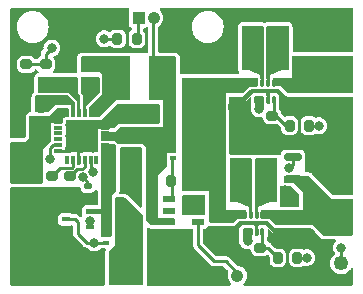
<source format=gbr>
%TF.GenerationSoftware,KiCad,Pcbnew,7.0.7*%
%TF.CreationDate,2023-08-24T02:08:31-05:00*%
%TF.ProjectId,psxpress-pms,70737870-7265-4737-932d-706d732e6b69,rev?*%
%TF.SameCoordinates,Original*%
%TF.FileFunction,Copper,L1,Top*%
%TF.FilePolarity,Positive*%
%FSLAX46Y46*%
G04 Gerber Fmt 4.6, Leading zero omitted, Abs format (unit mm)*
G04 Created by KiCad (PCBNEW 7.0.7) date 2023-08-24 02:08:31*
%MOMM*%
%LPD*%
G01*
G04 APERTURE LIST*
G04 Aperture macros list*
%AMRoundRect*
0 Rectangle with rounded corners*
0 $1 Rounding radius*
0 $2 $3 $4 $5 $6 $7 $8 $9 X,Y pos of 4 corners*
0 Add a 4 corners polygon primitive as box body*
4,1,4,$2,$3,$4,$5,$6,$7,$8,$9,$2,$3,0*
0 Add four circle primitives for the rounded corners*
1,1,$1+$1,$2,$3*
1,1,$1+$1,$4,$5*
1,1,$1+$1,$6,$7*
1,1,$1+$1,$8,$9*
0 Add four rect primitives between the rounded corners*
20,1,$1+$1,$2,$3,$4,$5,0*
20,1,$1+$1,$4,$5,$6,$7,0*
20,1,$1+$1,$6,$7,$8,$9,0*
20,1,$1+$1,$8,$9,$2,$3,0*%
G04 Aperture macros list end*
%TA.AperFunction,SMDPad,CuDef*%
%ADD10RoundRect,0.200000X0.275000X-0.200000X0.275000X0.200000X-0.275000X0.200000X-0.275000X-0.200000X0*%
%TD*%
%TA.AperFunction,SMDPad,CuDef*%
%ADD11RoundRect,0.200000X0.200000X0.275000X-0.200000X0.275000X-0.200000X-0.275000X0.200000X-0.275000X0*%
%TD*%
%TA.AperFunction,SMDPad,CuDef*%
%ADD12R,0.800000X0.300000*%
%TD*%
%TA.AperFunction,SMDPad,CuDef*%
%ADD13R,0.300000X0.800000*%
%TD*%
%TA.AperFunction,SMDPad,CuDef*%
%ADD14R,2.800000X2.800000*%
%TD*%
%TA.AperFunction,SMDPad,CuDef*%
%ADD15RoundRect,0.250000X0.250000X0.475000X-0.250000X0.475000X-0.250000X-0.475000X0.250000X-0.475000X0*%
%TD*%
%TA.AperFunction,SMDPad,CuDef*%
%ADD16RoundRect,0.250000X-0.475000X0.250000X-0.475000X-0.250000X0.475000X-0.250000X0.475000X0.250000X0*%
%TD*%
%TA.AperFunction,SMDPad,CuDef*%
%ADD17RoundRect,0.200000X-0.275000X0.200000X-0.275000X-0.200000X0.275000X-0.200000X0.275000X0.200000X0*%
%TD*%
%TA.AperFunction,SMDPad,CuDef*%
%ADD18R,0.500000X0.350000*%
%TD*%
%TA.AperFunction,SMDPad,CuDef*%
%ADD19R,0.300000X0.400000*%
%TD*%
%TA.AperFunction,SMDPad,CuDef*%
%ADD20R,1.980000X2.450000*%
%TD*%
%TA.AperFunction,SMDPad,CuDef*%
%ADD21R,0.430000X0.380000*%
%TD*%
%TA.AperFunction,SMDPad,CuDef*%
%ADD22C,1.250000*%
%TD*%
%TA.AperFunction,ComponentPad*%
%ADD23R,1.045000X1.045000*%
%TD*%
%TA.AperFunction,ComponentPad*%
%ADD24C,1.045000*%
%TD*%
%TA.AperFunction,SMDPad,CuDef*%
%ADD25R,1.500000X2.500000*%
%TD*%
%TA.AperFunction,SMDPad,CuDef*%
%ADD26R,0.700000X0.450000*%
%TD*%
%TA.AperFunction,SMDPad,CuDef*%
%ADD27R,1.200000X3.700000*%
%TD*%
%TA.AperFunction,SMDPad,CuDef*%
%ADD28RoundRect,0.050000X-0.100000X0.285000X-0.100000X-0.285000X0.100000X-0.285000X0.100000X0.285000X0*%
%TD*%
%TA.AperFunction,SMDPad,CuDef*%
%ADD29RoundRect,0.250000X-0.250000X-0.475000X0.250000X-0.475000X0.250000X0.475000X-0.250000X0.475000X0*%
%TD*%
%TA.AperFunction,SMDPad,CuDef*%
%ADD30RoundRect,0.200000X-0.200000X-0.275000X0.200000X-0.275000X0.200000X0.275000X-0.200000X0.275000X0*%
%TD*%
%TA.AperFunction,SMDPad,CuDef*%
%ADD31R,1.050000X0.550000*%
%TD*%
%TA.AperFunction,SMDPad,CuDef*%
%ADD32RoundRect,0.250000X0.475000X-0.250000X0.475000X0.250000X-0.475000X0.250000X-0.475000X-0.250000X0*%
%TD*%
%TA.AperFunction,SMDPad,CuDef*%
%ADD33RoundRect,0.135000X-0.135000X-0.185000X0.135000X-0.185000X0.135000X0.185000X-0.135000X0.185000X0*%
%TD*%
%TA.AperFunction,SMDPad,CuDef*%
%ADD34R,2.500000X1.500000*%
%TD*%
%TA.AperFunction,SMDPad,CuDef*%
%ADD35RoundRect,0.135000X-0.185000X0.135000X-0.185000X-0.135000X0.185000X-0.135000X0.185000X0.135000X0*%
%TD*%
%TA.AperFunction,SMDPad,CuDef*%
%ADD36RoundRect,0.225000X0.225000X0.250000X-0.225000X0.250000X-0.225000X-0.250000X0.225000X-0.250000X0*%
%TD*%
%TA.AperFunction,SMDPad,CuDef*%
%ADD37RoundRect,0.150000X-0.587500X-0.150000X0.587500X-0.150000X0.587500X0.150000X-0.587500X0.150000X0*%
%TD*%
%TA.AperFunction,ViaPad*%
%ADD38C,0.820000*%
%TD*%
%TA.AperFunction,Conductor*%
%ADD39C,0.250000*%
%TD*%
%TA.AperFunction,Conductor*%
%ADD40C,0.500000*%
%TD*%
G04 APERTURE END LIST*
D10*
%TO.P,R2,1*%
%TO.N,GND*%
X55697528Y-58053748D03*
%TO.P,R2,2*%
%TO.N,Net-(IC1-ICHG)*%
X55697528Y-56403748D03*
%TD*%
D11*
%TO.P,R7,1*%
%TO.N,+5V*%
X75912528Y-52135000D03*
%TO.P,R7,2*%
%TO.N,Net-(U1-FB)*%
X74262528Y-52135000D03*
%TD*%
D12*
%TO.P,IC1,1,VAC*%
%TO.N,Net-(IC1-VAC)*%
X54658780Y-51803748D03*
%TO.P,IC1,2,NC*%
%TO.N,unconnected-(IC1-NC-Pad2)*%
X54658780Y-52303748D03*
%TO.P,IC1,3,D+*%
%TO.N,unconnected-(IC1-D+-Pad3)*%
X54658780Y-52803748D03*
%TO.P,IC1,4,D-*%
%TO.N,unconnected-(IC1-D--Pad4)*%
X54658780Y-53303748D03*
%TO.P,IC1,5,STAT*%
%TO.N,STAT*%
X54658780Y-53803748D03*
%TO.P,IC1,6,OTG*%
%TO.N,GND*%
X54658780Y-54303748D03*
D13*
%TO.P,IC1,7,~{PG}*%
%TO.N,unconnected-(IC1-~{PG}-Pad7)*%
X55408780Y-55053748D03*
%TO.P,IC1,8,ILIM*%
%TO.N,Net-(IC1-ILIM)*%
X55908780Y-55053748D03*
%TO.P,IC1,9,~{CE}*%
%TO.N,GND*%
X56408780Y-55053748D03*
%TO.P,IC1,10,ICHG*%
%TO.N,Net-(IC1-ICHG)*%
X56908780Y-55053748D03*
%TO.P,IC1,11,TS*%
%TO.N,Net-(IC1-TS)*%
X57408780Y-55053748D03*
%TO.P,IC1,12,VSET*%
%TO.N,unconnected-(IC1-VSET-Pad12)*%
X57908780Y-55053748D03*
D12*
%TO.P,IC1,13,BAT*%
%TO.N,BAT*%
X58658780Y-54303748D03*
%TO.P,IC1,14,BAT*%
X58658780Y-53803748D03*
%TO.P,IC1,15,SYS*%
%TO.N,VOUT*%
X58658780Y-53303748D03*
%TO.P,IC1,16,SYS*%
X58658780Y-52803748D03*
%TO.P,IC1,17,GND*%
%TO.N,GND*%
X58658780Y-52303748D03*
%TO.P,IC1,18,GND*%
X58658780Y-51803748D03*
D13*
%TO.P,IC1,19,SW*%
%TO.N,Net-(C2-Pad1)*%
X57908780Y-51053748D03*
%TO.P,IC1,20,SW*%
X57408780Y-51053748D03*
%TO.P,IC1,21,BTST*%
%TO.N,Net-(IC1-BTST)*%
X56908780Y-51053748D03*
%TO.P,IC1,22,REGN*%
%TO.N,Net-(IC1-REGN)*%
X56408780Y-51053748D03*
%TO.P,IC1,23,PMID*%
%TO.N,Net-(IC1-PMID)*%
X55908780Y-51053748D03*
%TO.P,IC1,24,VBUS*%
%TO.N,Net-(IC1-VAC)*%
X55408780Y-51053748D03*
D14*
%TO.P,IC1,25,GND*%
%TO.N,GND*%
X56658780Y-53053748D03*
%TD*%
D15*
%TO.P,C1,1*%
%TO.N,Net-(IC1-VAC)*%
X53208780Y-52378748D03*
%TO.P,C1,2*%
%TO.N,GND*%
X51308780Y-52378748D03*
%TD*%
D16*
%TO.P,C12,1*%
%TO.N,VSYS*%
X68837528Y-59845000D03*
%TO.P,C12,2*%
%TO.N,GND*%
X68837528Y-61745000D03*
%TD*%
D17*
%TO.P,R4,1*%
%TO.N,Net-(IC1-TS)*%
X51987528Y-46953748D03*
%TO.P,R4,2*%
%TO.N,GND*%
X51987528Y-48603748D03*
%TD*%
D18*
%TO.P,Q1,1,S*%
%TO.N,VOUT*%
X64393780Y-52900000D03*
%TO.P,Q1,2,S*%
X64393780Y-53550000D03*
%TO.P,Q1,3,S*%
X64393780Y-54200000D03*
%TO.P,Q1,4,G*%
%TO.N,Net-(IC2-~{OUT})*%
X64393780Y-54850000D03*
D19*
%TO.P,Q1,5,D*%
%TO.N,VSYS*%
X67293780Y-54850000D03*
%TO.P,Q1,6,D*%
X67293780Y-54200000D03*
%TO.P,Q1,7,D*%
X67293780Y-53550000D03*
%TO.P,Q1,8,D*%
X67293780Y-52900000D03*
D20*
%TO.P,Q1,9,D*%
X66153780Y-53875000D03*
D21*
%TO.P,Q1,9_1,D*%
X65793780Y-52460000D03*
%TO.P,Q1,9_2,D*%
X65793780Y-55290000D03*
%TD*%
D10*
%TO.P,R3,1*%
%TO.N,Net-(IC1-REGN)*%
X53612528Y-48603748D03*
%TO.P,R3,2*%
%TO.N,Net-(IC1-TS)*%
X53612528Y-46953748D03*
%TD*%
D22*
%TO.P,TP8,1,1*%
%TO.N,RST*%
X78627528Y-63785000D03*
%TD*%
D16*
%TO.P,C11,1*%
%TO.N,+5V*%
X76647528Y-48645000D03*
%TO.P,C11,2*%
%TO.N,GND*%
X76647528Y-50545000D03*
%TD*%
D23*
%TO.P,D1,1,K*%
%TO.N,Net-(D1-K)*%
X61472528Y-43015000D03*
D24*
%TO.P,D1,2,A*%
%TO.N,VOUT*%
X62742528Y-43015000D03*
%TD*%
D17*
%TO.P,R10,1*%
%TO.N,Net-(U2-FB)*%
X71787528Y-62490000D03*
%TO.P,R10,2*%
%TO.N,GND*%
X71787528Y-64140000D03*
%TD*%
D25*
%TO.P,TP2,1,1*%
%TO.N,Net-(IC1-VAC)*%
X51562528Y-55580000D03*
%TD*%
D26*
%TO.P,Q3,1,G*%
%TO.N,Net-(Q3-G)*%
X57342528Y-60725000D03*
%TO.P,Q3,2,S*%
%TO.N,BAT*%
X57342528Y-59425000D03*
%TO.P,Q3,3,D*%
%TO.N,Net-(Q2-G)*%
X55342528Y-60075000D03*
%TD*%
D16*
%TO.P,C13,1*%
%TO.N,+3.5V*%
X73597528Y-59845000D03*
%TO.P,C13,2*%
%TO.N,GND*%
X73597528Y-61745000D03*
%TD*%
D27*
%TO.P,L3,1*%
%TO.N,Net-(U2-LX1)*%
X69817528Y-56745000D03*
%TO.P,L3,2*%
%TO.N,Net-(U2-LX2)*%
X72617528Y-56745000D03*
%TD*%
D23*
%TO.P,SW1,1,A*%
%TO.N,GND*%
X68577528Y-64845000D03*
D24*
%TO.P,SW1,2,B*%
%TO.N,Net-(IC2-IN)*%
X69847528Y-64845000D03*
%TD*%
D27*
%TO.P,L1,1*%
%TO.N,VOUT*%
X62958780Y-48128748D03*
%TO.P,L1,2*%
%TO.N,Net-(C2-Pad1)*%
X60158780Y-48128748D03*
%TD*%
D11*
%TO.P,R9,1*%
%TO.N,+3.5V*%
X74922528Y-63325000D03*
%TO.P,R9,2*%
%TO.N,Net-(U2-FB)*%
X73272528Y-63325000D03*
%TD*%
D28*
%TO.P,U1,1,VOUT*%
%TO.N,+5V*%
X72947528Y-48495000D03*
%TO.P,U1,2,LX2*%
%TO.N,Net-(U1-LX2)*%
X72447528Y-48495000D03*
%TO.P,U1,3,LX1*%
%TO.N,Net-(U1-LX1)*%
X71947528Y-48495000D03*
%TO.P,U1,4,VIN*%
%TO.N,VSYS*%
X71447528Y-48495000D03*
%TO.P,U1,5,EN*%
X71447528Y-49975000D03*
%TO.P,U1,6,MODE*%
X71947528Y-49975000D03*
%TO.P,U1,7,GND*%
%TO.N,GND*%
X72447528Y-49975000D03*
%TO.P,U1,8,FB*%
%TO.N,Net-(U1-FB)*%
X72947528Y-49975000D03*
%TD*%
D29*
%TO.P,C4,1*%
%TO.N,BAT*%
X58808780Y-56878748D03*
%TO.P,C4,2*%
%TO.N,GND*%
X60708780Y-56878748D03*
%TD*%
D16*
%TO.P,C9,1*%
%TO.N,VSYS*%
X69827528Y-48665000D03*
%TO.P,C9,2*%
%TO.N,GND*%
X69827528Y-50565000D03*
%TD*%
D30*
%TO.P,R5,1*%
%TO.N,STAT*%
X59687528Y-44780000D03*
%TO.P,R5,2*%
%TO.N,Net-(D1-K)*%
X61337528Y-44780000D03*
%TD*%
D31*
%TO.P,IC2,1,IN*%
%TO.N,Net-(IC2-IN)*%
X66528780Y-60280000D03*
%TO.P,IC2,2,GND*%
%TO.N,GND*%
X66528780Y-59330000D03*
%TO.P,IC2,3,CLEAR*%
X66528780Y-58380000D03*
%TO.P,IC2,4,~{OUT}*%
%TO.N,Net-(IC2-~{OUT})*%
X64028780Y-58380000D03*
%TO.P,IC2,5,OUT*%
%TO.N,unconnected-(IC2-OUT-Pad5)*%
X64028780Y-59330000D03*
%TO.P,IC2,6,VCC*%
%TO.N,VOUT*%
X64028780Y-60280000D03*
%TD*%
D17*
%TO.P,R8,1*%
%TO.N,Net-(U1-FB)*%
X72777528Y-51315000D03*
%TO.P,R8,2*%
%TO.N,GND*%
X72777528Y-52965000D03*
%TD*%
D32*
%TO.P,C7,1*%
%TO.N,VOUT*%
X62358780Y-53028748D03*
%TO.P,C7,2*%
%TO.N,GND*%
X62358780Y-51128748D03*
%TD*%
D27*
%TO.P,L2,1*%
%TO.N,Net-(U1-LX1)*%
X70807528Y-45535000D03*
%TO.P,L2,2*%
%TO.N,Net-(U1-LX2)*%
X73607528Y-45535000D03*
%TD*%
D25*
%TO.P,TP1,1,1*%
%TO.N,GND*%
X51577528Y-58705000D03*
%TD*%
D32*
%TO.P,C6,1*%
%TO.N,VOUT*%
X60318780Y-53028748D03*
%TO.P,C6,2*%
%TO.N,GND*%
X60318780Y-51128748D03*
%TD*%
D33*
%TO.P,R11,1*%
%TO.N,BAT*%
X58837528Y-58545000D03*
%TO.P,R11,2*%
%TO.N,Net-(Q3-G)*%
X59857528Y-58545000D03*
%TD*%
D34*
%TO.P,TP7,1,1*%
%TO.N,GND*%
X65687528Y-64675000D03*
%TD*%
D10*
%TO.P,R1,1*%
%TO.N,GND*%
X54157528Y-58053748D03*
%TO.P,R1,2*%
%TO.N,Net-(IC1-ILIM)*%
X54157528Y-56403748D03*
%TD*%
D35*
%TO.P,R12,1*%
%TO.N,Net-(Q2-G)*%
X57202528Y-57270000D03*
%TO.P,R12,2*%
%TO.N,GND*%
X57202528Y-58290000D03*
%TD*%
D36*
%TO.P,C15,1*%
%TO.N,+3.5V*%
X75822528Y-58265000D03*
%TO.P,C15,2*%
%TO.N,GND*%
X74272528Y-58265000D03*
%TD*%
D25*
%TO.P,TP5,1,1*%
%TO.N,+5V*%
X78647528Y-47825000D03*
%TD*%
D28*
%TO.P,U2,1,VOUT*%
%TO.N,+3.5V*%
X71967528Y-59675000D03*
%TO.P,U2,2,LX2*%
%TO.N,Net-(U2-LX2)*%
X71467528Y-59675000D03*
%TO.P,U2,3,LX1*%
%TO.N,Net-(U2-LX1)*%
X70967528Y-59675000D03*
%TO.P,U2,4,VIN*%
%TO.N,VSYS*%
X70467528Y-59675000D03*
%TO.P,U2,5,EN*%
X70467528Y-61155000D03*
%TO.P,U2,6,MODE*%
X70967528Y-61155000D03*
%TO.P,U2,7,GND*%
%TO.N,GND*%
X71467528Y-61155000D03*
%TO.P,U2,8,FB*%
%TO.N,Net-(U2-FB)*%
X71967528Y-61155000D03*
%TD*%
D16*
%TO.P,C10,1*%
%TO.N,+5V*%
X74587528Y-48645000D03*
%TO.P,C10,2*%
%TO.N,GND*%
X74587528Y-50545000D03*
%TD*%
D11*
%TO.P,R6,1*%
%TO.N,Net-(IC2-~{OUT})*%
X64237528Y-56830000D03*
%TO.P,R6,2*%
%TO.N,VOUT*%
X62587528Y-56830000D03*
%TD*%
D15*
%TO.P,C3,1*%
%TO.N,Net-(IC1-PMID)*%
X53208780Y-50303748D03*
%TO.P,C3,2*%
%TO.N,GND*%
X51308780Y-50303748D03*
%TD*%
D34*
%TO.P,TP3,1,1*%
%TO.N,Net-(Q3-G)*%
X60447528Y-64665000D03*
%TD*%
D16*
%TO.P,C2,1*%
%TO.N,Net-(C2-Pad1)*%
X57383780Y-46803748D03*
%TO.P,C2,2*%
%TO.N,Net-(IC1-BTST)*%
X57383780Y-48703748D03*
%TD*%
D18*
%TO.P,Q2,1,S*%
%TO.N,BAT*%
X58712528Y-60100000D03*
%TO.P,Q2,2,S*%
X58712528Y-60750000D03*
%TO.P,Q2,3,S*%
X58712528Y-61400000D03*
%TO.P,Q2,4,G*%
%TO.N,Net-(Q2-G)*%
X58712528Y-62050000D03*
D19*
%TO.P,Q2,5,D*%
%TO.N,Net-(Q3-G)*%
X61612528Y-62050000D03*
%TO.P,Q2,6,D*%
X61612528Y-61400000D03*
%TO.P,Q2,7,D*%
X61612528Y-60750000D03*
%TO.P,Q2,8,D*%
X61612528Y-60100000D03*
D20*
%TO.P,Q2,9,D*%
X60472528Y-61075000D03*
D21*
%TO.P,Q2,9_1,D*%
X60112528Y-59660000D03*
%TO.P,Q2,9_2,D*%
X60112528Y-62490000D03*
%TD*%
D37*
%TO.P,U3,1,~{RST}*%
%TO.N,RST*%
X74550028Y-54785000D03*
%TO.P,U3,2,VDD*%
%TO.N,+3.5V*%
X74550028Y-56685000D03*
%TO.P,U3,3,VSS*%
%TO.N,GND*%
X76425028Y-55735000D03*
%TD*%
D16*
%TO.P,C5,1*%
%TO.N,GND*%
X55358780Y-46803748D03*
%TO.P,C5,2*%
%TO.N,Net-(IC1-REGN)*%
X55358780Y-48703748D03*
%TD*%
D25*
%TO.P,TP4,1,1*%
%TO.N,GND*%
X78657528Y-53875000D03*
%TD*%
D16*
%TO.P,C14,1*%
%TO.N,+3.5V*%
X75657528Y-59845000D03*
%TO.P,C14,2*%
%TO.N,GND*%
X75657528Y-61745000D03*
%TD*%
D25*
%TO.P,TP6,1,1*%
%TO.N,+3.5V*%
X78617528Y-59895000D03*
%TD*%
D15*
%TO.P,C8,1*%
%TO.N,VOUT*%
X62583780Y-54828748D03*
%TO.P,C8,2*%
%TO.N,GND*%
X60683780Y-54828748D03*
%TD*%
D38*
%TO.N,GND*%
X73847528Y-57625000D03*
X63297528Y-63065000D03*
X54927528Y-58065000D03*
X52212528Y-60730000D03*
X72760000Y-53980000D03*
X56687528Y-54030000D03*
X65277528Y-45195000D03*
X51312528Y-65055000D03*
X64787528Y-62325000D03*
X55687528Y-52080000D03*
X57662528Y-42755000D03*
X70637528Y-52465000D03*
X65750000Y-58800000D03*
X69287528Y-43105000D03*
X57637528Y-54030000D03*
X65277528Y-44295000D03*
X55687528Y-53055000D03*
X76587528Y-54875000D03*
X78197528Y-56095000D03*
X73572528Y-65150000D03*
X69737528Y-52465000D03*
X70637528Y-53365000D03*
X79097528Y-51655000D03*
X51037528Y-48830000D03*
X66977528Y-46985000D03*
X78197528Y-51655000D03*
X78197528Y-56995000D03*
X56412528Y-65055000D03*
X56687528Y-52105000D03*
X75372528Y-65150000D03*
X74472528Y-65150000D03*
X64377528Y-44295000D03*
X56187528Y-43905000D03*
X57662528Y-43880000D03*
X69262528Y-44855000D03*
X55687528Y-54030000D03*
X65687528Y-62325000D03*
X59212528Y-51355000D03*
X54737528Y-42730000D03*
X79097528Y-56995000D03*
X51412528Y-45530000D03*
X60692528Y-55850000D03*
X65687528Y-61425000D03*
X66977528Y-46085000D03*
X78197528Y-50755000D03*
X63297528Y-63965000D03*
X64377528Y-45195000D03*
X63297528Y-64865000D03*
X57312528Y-65055000D03*
X64787528Y-61425000D03*
X67877528Y-46985000D03*
X69737528Y-53365000D03*
X57637528Y-52080000D03*
X61277528Y-58090000D03*
X79110000Y-42720000D03*
X52212528Y-61630000D03*
X56687528Y-53055000D03*
X79097528Y-50755000D03*
X63297528Y-62165000D03*
X57637528Y-53055000D03*
X76272528Y-65150000D03*
X52212528Y-65055000D03*
X79097528Y-56095000D03*
X54737528Y-43855000D03*
X56187528Y-42730000D03*
X51312528Y-61630000D03*
X67877528Y-46085000D03*
X51312528Y-60730000D03*
%TO.N,VSYS*%
X68147528Y-58815000D03*
X70717528Y-61905000D03*
X68647528Y-48665000D03*
X71697528Y-50725000D03*
%TO.N,STAT*%
X54003780Y-55001252D03*
X58587528Y-44780000D03*
%TO.N,Net-(IC1-TS)*%
X57600000Y-56060000D03*
X54140000Y-45570000D03*
%TO.N,+5V*%
X75607528Y-48665000D03*
X76727528Y-52145000D03*
%TO.N,+3.5V*%
X75737528Y-63315000D03*
X74627528Y-59845000D03*
%TO.N,RST*%
X78637528Y-62465000D03*
X74247528Y-55745000D03*
%TO.N,Net-(Q2-G)*%
X56759312Y-56501361D03*
X57742528Y-62050000D03*
%TO.N,Net-(Q3-G)*%
X60347528Y-59175000D03*
X57342528Y-60189502D03*
%TD*%
D39*
%TO.N,VOUT*%
X62958780Y-48128748D02*
X62737528Y-47907496D01*
D40*
X62958780Y-43058748D02*
X62962528Y-43055000D01*
D39*
X62737528Y-43020000D02*
X62742528Y-43015000D01*
X62737528Y-47907496D02*
X62737528Y-43020000D01*
X63805032Y-60280000D02*
X64028780Y-60280000D01*
%TO.N,GND*%
X55383780Y-54303748D02*
X55658780Y-54028748D01*
X54658780Y-54303748D02*
X55383780Y-54303748D01*
%TO.N,Net-(IC1-REGN)*%
X53612528Y-48632496D02*
X53612528Y-48603748D01*
X53683780Y-48703748D02*
X53612528Y-48632496D01*
%TO.N,STAT*%
X59687528Y-44780000D02*
X58587528Y-44780000D01*
X54003780Y-54013748D02*
X54213780Y-53803748D01*
X54213780Y-53803748D02*
X54658780Y-53803748D01*
X54003780Y-55001252D02*
X54003780Y-54013748D01*
%TO.N,Net-(IC1-ILIM)*%
X54157528Y-56403748D02*
X54846276Y-55715000D01*
X54846276Y-55715000D02*
X55801528Y-55715000D01*
X55908780Y-55607748D02*
X55908780Y-55053748D01*
X55801528Y-55715000D02*
X55908780Y-55607748D01*
%TO.N,Net-(IC1-ICHG)*%
X56908780Y-55613748D02*
X56908780Y-55053748D01*
X56702528Y-55820000D02*
X56908780Y-55613748D01*
X55697528Y-56403748D02*
X55697528Y-56395000D01*
X56272528Y-55820000D02*
X56702528Y-55820000D01*
X55697528Y-56395000D02*
X56272528Y-55820000D01*
%TO.N,Net-(IC1-TS)*%
X53612528Y-46097472D02*
X53612528Y-46953748D01*
X57600000Y-56060000D02*
X57408780Y-55868780D01*
X54140000Y-45570000D02*
X53612528Y-46097472D01*
X57408780Y-55868780D02*
X57408780Y-55053748D01*
X51987528Y-46953748D02*
X53612528Y-46953748D01*
%TO.N,Net-(IC2-IN)*%
X69847528Y-64845000D02*
X69847528Y-64605000D01*
X67887528Y-63640000D02*
X66528780Y-62281252D01*
X69847528Y-64605000D02*
X68882528Y-63640000D01*
X66528780Y-62281252D02*
X66528780Y-60280000D01*
X68882528Y-63640000D02*
X67887528Y-63640000D01*
%TO.N,Net-(IC2-~{OUT})*%
X64237528Y-56830000D02*
X64267528Y-56800000D01*
X64267528Y-56800000D02*
X64267528Y-54976252D01*
X64267528Y-56860000D02*
X64237528Y-56830000D01*
X64267528Y-54976252D02*
X64393780Y-54850000D01*
X64028780Y-58380000D02*
X64267528Y-58141252D01*
X64267528Y-58141252D02*
X64267528Y-56860000D01*
%TO.N,Net-(D1-K)*%
X61467528Y-44650000D02*
X61467528Y-43020000D01*
X61337528Y-44780000D02*
X61467528Y-44650000D01*
X61467528Y-43020000D02*
X61472528Y-43015000D01*
%TO.N,+5V*%
X75922528Y-52145000D02*
X76727528Y-52145000D01*
X75912528Y-52135000D02*
X75922528Y-52145000D01*
%TO.N,+3.5V*%
X74922528Y-63325000D02*
X75727528Y-63325000D01*
%TO.N,Net-(U1-FB)*%
X74262528Y-52135000D02*
X73945000Y-52135000D01*
X73125000Y-51315000D02*
X72777528Y-51315000D01*
X73945000Y-52135000D02*
X73125000Y-51315000D01*
X72777528Y-51315000D02*
X72947528Y-51145000D01*
X72947528Y-51145000D02*
X72947528Y-49975000D01*
%TO.N,Net-(U2-FB)*%
X71787528Y-62490000D02*
X72437528Y-62490000D01*
X71967528Y-62310000D02*
X71787528Y-62490000D01*
X72437528Y-62490000D02*
X73272528Y-63325000D01*
X71967528Y-61155000D02*
X71967528Y-62310000D01*
%TO.N,RST*%
X74247528Y-55745000D02*
X74550028Y-55442500D01*
X78627528Y-62475000D02*
X78637528Y-62465000D01*
X78627528Y-63785000D02*
X78627528Y-62475000D01*
X74550028Y-55442500D02*
X74550028Y-54785000D01*
%TO.N,Net-(Q2-G)*%
X56357528Y-60325000D02*
X56357528Y-61280000D01*
X56759312Y-56501361D02*
X57132528Y-56874577D01*
X57127528Y-62050000D02*
X58712528Y-62050000D01*
X57742528Y-62050000D02*
X58712528Y-62050000D01*
X56107528Y-60075000D02*
X56357528Y-60325000D01*
X57132528Y-57200000D02*
X57202528Y-57270000D01*
X56357528Y-61280000D02*
X57127528Y-62050000D01*
X55342528Y-60075000D02*
X56107528Y-60075000D01*
X57132528Y-56874577D02*
X57132528Y-57200000D01*
%TO.N,Net-(Q3-G)*%
X57342528Y-60189502D02*
X57342528Y-60725000D01*
X59857528Y-58545000D02*
X59962528Y-58650000D01*
X59992528Y-58545000D02*
X59857528Y-58545000D01*
%TD*%
%TA.AperFunction,Conductor*%
%TO.N,Net-(U2-LX1)*%
G36*
X71035067Y-54914685D02*
G01*
X71080822Y-54967489D01*
X71092028Y-55019000D01*
X71092028Y-59248190D01*
X71096326Y-59292011D01*
X71096416Y-59292465D01*
X71096453Y-59292869D01*
X71096768Y-59295003D01*
X71096649Y-59295020D01*
X71098022Y-59310024D01*
X71098190Y-59310009D01*
X71099379Y-59322946D01*
X71097761Y-59323094D01*
X71097758Y-59359686D01*
X71097028Y-59363356D01*
X71097028Y-59885500D01*
X71077343Y-59952539D01*
X71024539Y-59998294D01*
X70973028Y-60009500D01*
X70962028Y-60009500D01*
X70894989Y-59989815D01*
X70849234Y-59937011D01*
X70838028Y-59885500D01*
X70838028Y-59363357D01*
X70819951Y-59272480D01*
X70822248Y-59272022D01*
X70817528Y-59248191D01*
X70817528Y-59024999D01*
X70817528Y-59024998D01*
X69827528Y-58595000D01*
X69827527Y-58595000D01*
X69351528Y-58595000D01*
X69284489Y-58575315D01*
X69238734Y-58522511D01*
X69227528Y-58471000D01*
X69227528Y-55019000D01*
X69247213Y-54951961D01*
X69300017Y-54906206D01*
X69351528Y-54895000D01*
X70968028Y-54895000D01*
X71035067Y-54914685D01*
G37*
%TD.AperFunction*%
%TD*%
%TA.AperFunction,Conductor*%
%TO.N,Net-(IC1-VAC)*%
G36*
X55500067Y-50674685D02*
G01*
X55545822Y-50727489D01*
X55557028Y-50779000D01*
X55557028Y-51329248D01*
X55537343Y-51396287D01*
X55484539Y-51442042D01*
X55433028Y-51453248D01*
X55239027Y-51453248D01*
X55180550Y-51464879D01*
X55180549Y-51464880D01*
X55114227Y-51509195D01*
X55069912Y-51575517D01*
X55069911Y-51575518D01*
X55058280Y-51633995D01*
X55058280Y-51829248D01*
X55038595Y-51896287D01*
X54985791Y-51942042D01*
X54934280Y-51953248D01*
X54239031Y-51953248D01*
X54232969Y-51953845D01*
X54232937Y-51953529D01*
X54218011Y-51955000D01*
X54037528Y-51955000D01*
X54037528Y-53428638D01*
X54017843Y-53495677D01*
X54001209Y-53516319D01*
X53362528Y-54154999D01*
X53362527Y-54155000D01*
X53362527Y-55648638D01*
X53357528Y-55665662D01*
X53357528Y-56931000D01*
X53337843Y-56998039D01*
X53285039Y-57043794D01*
X53233528Y-57055000D01*
X50736528Y-57055000D01*
X50669489Y-57035315D01*
X50623734Y-56982511D01*
X50612528Y-56931000D01*
X50612528Y-53654000D01*
X50632213Y-53586961D01*
X50685017Y-53541206D01*
X50736528Y-53530000D01*
X51887528Y-53530000D01*
X52212528Y-53205000D01*
X52212528Y-51428999D01*
X52232213Y-51361961D01*
X52285017Y-51316206D01*
X52336528Y-51305000D01*
X53962528Y-51305000D01*
X54576209Y-50691319D01*
X54637532Y-50657834D01*
X54663890Y-50655000D01*
X55433028Y-50655000D01*
X55500067Y-50674685D01*
G37*
%TD.AperFunction*%
%TD*%
%TA.AperFunction,Conductor*%
%TO.N,VOUT*%
G36*
X64603039Y-46279685D02*
G01*
X64648794Y-46332489D01*
X64660000Y-46384000D01*
X64660000Y-54330500D01*
X64640315Y-54397539D01*
X64587511Y-54443294D01*
X64536000Y-54454500D01*
X64122062Y-54454500D01*
X64108967Y-54457105D01*
X64106389Y-54457618D01*
X64082202Y-54460000D01*
X63920000Y-54460000D01*
X63920000Y-54922012D01*
X63918315Y-54934812D01*
X63918978Y-54934870D01*
X63918033Y-54945673D01*
X63919764Y-54965461D01*
X63920000Y-54970866D01*
X63919999Y-55508638D01*
X63900314Y-55575678D01*
X63883680Y-55596319D01*
X63090000Y-56389999D01*
X63090000Y-56390000D01*
X63090000Y-60000000D01*
X64436000Y-60000000D01*
X64503039Y-60019685D01*
X64548794Y-60072489D01*
X64560000Y-60124000D01*
X64560000Y-60436000D01*
X64540315Y-60503039D01*
X64487511Y-60548794D01*
X64436000Y-60560000D01*
X62564312Y-60560000D01*
X62497273Y-60540315D01*
X62476126Y-60523174D01*
X62119589Y-60162478D01*
X62086462Y-60100965D01*
X62083779Y-60075319D01*
X62083780Y-53978748D01*
X61763780Y-53658748D01*
X59760110Y-53658748D01*
X59693071Y-53639063D01*
X59672429Y-53622429D01*
X59510000Y-53460000D01*
X59203179Y-53460000D01*
X59155724Y-53450560D01*
X59144812Y-53446039D01*
X59080503Y-53433248D01*
X59080499Y-53433248D01*
X58403279Y-53433248D01*
X58336240Y-53413563D01*
X58290485Y-53360759D01*
X58279279Y-53309248D01*
X58279279Y-52798247D01*
X58298964Y-52731208D01*
X58351768Y-52685453D01*
X58403279Y-52674247D01*
X59080497Y-52674247D01*
X59080498Y-52674247D01*
X59144815Y-52661455D01*
X59144821Y-52661450D01*
X59149687Y-52659437D01*
X59197135Y-52650000D01*
X59510000Y-52650000D01*
X59853680Y-52306319D01*
X59915004Y-52272834D01*
X59941362Y-52270000D01*
X63560000Y-52270000D01*
X63560000Y-49980000D01*
X62474000Y-49980000D01*
X62406961Y-49960315D01*
X62361206Y-49907511D01*
X62350000Y-49856000D01*
X62350000Y-46384000D01*
X62369685Y-46316961D01*
X62422489Y-46271206D01*
X62474000Y-46260000D01*
X64536000Y-46260000D01*
X64603039Y-46279685D01*
G37*
%TD.AperFunction*%
%TD*%
%TA.AperFunction,Conductor*%
%TO.N,Net-(C2-Pad1)*%
G36*
X60705567Y-46299685D02*
G01*
X60751322Y-46352489D01*
X60762528Y-46404000D01*
X60762528Y-49856000D01*
X60742843Y-49923039D01*
X60690039Y-49968794D01*
X60638528Y-49980000D01*
X59562527Y-49980000D01*
X58125599Y-51416929D01*
X58064276Y-51450414D01*
X58037918Y-51453248D01*
X57387780Y-51453248D01*
X57320741Y-51433563D01*
X57274986Y-51380759D01*
X57263780Y-51329248D01*
X57263780Y-50705110D01*
X57283465Y-50638071D01*
X57300099Y-50617429D01*
X57300099Y-50617428D01*
X58412528Y-49505000D01*
X58412528Y-49371115D01*
X58414558Y-49352245D01*
X58414072Y-49352176D01*
X58419398Y-49315134D01*
X58423028Y-49289890D01*
X58423028Y-48129000D01*
X58418331Y-48085316D01*
X58415362Y-48071668D01*
X58412528Y-48045309D01*
X58412528Y-47830000D01*
X58187528Y-47605000D01*
X56686528Y-47605000D01*
X56619489Y-47585315D01*
X56573734Y-47532511D01*
X56562528Y-47481000D01*
X56562528Y-46404000D01*
X56582213Y-46336961D01*
X56635017Y-46291206D01*
X56686528Y-46280000D01*
X60638528Y-46280000D01*
X60705567Y-46299685D01*
G37*
%TD.AperFunction*%
%TD*%
%TA.AperFunction,Conductor*%
%TO.N,Net-(U1-LX1)*%
G36*
X72015067Y-43714685D02*
G01*
X72060822Y-43767489D01*
X72072028Y-43819000D01*
X72072028Y-48068190D01*
X72076326Y-48112011D01*
X72076416Y-48112465D01*
X72076453Y-48112869D01*
X72076768Y-48115003D01*
X72076649Y-48115020D01*
X72078022Y-48130024D01*
X72078190Y-48130009D01*
X72079379Y-48142946D01*
X72077761Y-48143094D01*
X72077758Y-48179686D01*
X72077028Y-48183356D01*
X72077028Y-48705500D01*
X72057343Y-48772539D01*
X72004539Y-48818294D01*
X71953028Y-48829500D01*
X71942028Y-48829500D01*
X71874989Y-48809815D01*
X71829234Y-48757011D01*
X71818028Y-48705500D01*
X71818028Y-48183357D01*
X71799951Y-48092480D01*
X71802248Y-48092022D01*
X71797528Y-48068191D01*
X71797528Y-47824999D01*
X71797527Y-47824999D01*
X70807528Y-47395000D01*
X70807527Y-47395000D01*
X70331528Y-47395000D01*
X70264489Y-47375315D01*
X70218734Y-47322511D01*
X70207528Y-47271000D01*
X70207528Y-43819000D01*
X70227213Y-43751961D01*
X70280017Y-43706206D01*
X70331528Y-43695000D01*
X71948028Y-43695000D01*
X72015067Y-43714685D01*
G37*
%TD.AperFunction*%
%TD*%
%TA.AperFunction,Conductor*%
%TO.N,GND*%
G36*
X75077528Y-57905000D02*
G01*
X75077528Y-59025000D01*
X73437528Y-59025000D01*
X73437528Y-58619231D01*
X73438027Y-58616723D01*
X73438028Y-58616720D01*
X73438028Y-57215000D01*
X74387528Y-57215000D01*
X75077528Y-57905000D01*
G37*
%TD.AperFunction*%
%TD*%
%TA.AperFunction,Conductor*%
%TO.N,Net-(IC1-BTST)*%
G36*
X58160567Y-48024685D02*
G01*
X58206322Y-48077489D01*
X58217528Y-48129000D01*
X58217528Y-49289890D01*
X58197843Y-49356929D01*
X58181209Y-49377571D01*
X57062528Y-50496251D01*
X57062528Y-50600429D01*
X57060146Y-50624618D01*
X57058280Y-50633999D01*
X57058280Y-51329248D01*
X57038595Y-51396287D01*
X56985791Y-51442042D01*
X56934280Y-51453248D01*
X56883280Y-51453248D01*
X56816241Y-51433563D01*
X56770486Y-51380759D01*
X56759280Y-51329248D01*
X56759280Y-50633999D01*
X56758683Y-50627937D01*
X56758998Y-50627905D01*
X56757528Y-50612979D01*
X56757528Y-49540000D01*
X56603847Y-49386319D01*
X56570362Y-49324996D01*
X56567528Y-49298638D01*
X56567528Y-48129000D01*
X56587213Y-48061961D01*
X56640017Y-48016206D01*
X56691528Y-48005000D01*
X58093528Y-48005000D01*
X58160567Y-48024685D01*
G37*
%TD.AperFunction*%
%TD*%
%TA.AperFunction,Conductor*%
%TO.N,VSYS*%
G36*
X71520067Y-48089685D02*
G01*
X71565822Y-48142489D01*
X71577028Y-48194000D01*
X71577028Y-48706000D01*
X71557343Y-48773039D01*
X71504539Y-48818794D01*
X71453028Y-48830000D01*
X70849999Y-48830000D01*
X70336319Y-49343681D01*
X70274996Y-49377166D01*
X70248638Y-49380000D01*
X68840000Y-49380000D01*
X68840000Y-59250000D01*
X70473028Y-59250000D01*
X70540067Y-59269685D01*
X70585822Y-59322489D01*
X70597028Y-59374000D01*
X70597028Y-59886000D01*
X70577343Y-59953039D01*
X70524539Y-59998794D01*
X70473028Y-60010000D01*
X69899999Y-60010000D01*
X69596319Y-60313681D01*
X69534996Y-60347166D01*
X69508638Y-60350000D01*
X67574000Y-60350000D01*
X67506961Y-60330315D01*
X67461206Y-60277511D01*
X67450000Y-60226000D01*
X67450000Y-57700000D01*
X65284000Y-57700000D01*
X65216961Y-57680315D01*
X65171206Y-57627511D01*
X65160000Y-57576000D01*
X65160000Y-48194000D01*
X65179685Y-48126961D01*
X65232489Y-48081206D01*
X65284000Y-48070000D01*
X71453028Y-48070000D01*
X71520067Y-48089685D01*
G37*
%TD.AperFunction*%
%TD*%
%TA.AperFunction,Conductor*%
%TO.N,Net-(IC1-REGN)*%
G36*
X56238121Y-48004945D02*
G01*
X56305143Y-48024678D01*
X56350860Y-48077515D01*
X56362028Y-48128945D01*
X56362028Y-49304138D01*
X56362439Y-49311807D01*
X56362528Y-49315127D01*
X56362528Y-49354999D01*
X56371967Y-49377787D01*
X56371422Y-49378012D01*
X56380408Y-49392853D01*
X56389998Y-49423479D01*
X56389999Y-49423483D01*
X56423486Y-49484808D01*
X56458526Y-49531615D01*
X56458530Y-49531619D01*
X56458537Y-49531629D01*
X56458544Y-49531636D01*
X56515709Y-49588801D01*
X56549194Y-49650124D01*
X56552028Y-49676482D01*
X56552028Y-50618018D01*
X56552523Y-50628098D01*
X56552523Y-50628097D01*
X56553481Y-50637832D01*
X56553780Y-50643911D01*
X56553780Y-51329248D01*
X56534095Y-51396287D01*
X56481291Y-51442042D01*
X56429780Y-51453248D01*
X56387780Y-51453248D01*
X56320741Y-51433563D01*
X56274986Y-51380759D01*
X56263780Y-51329248D01*
X56263780Y-50656703D01*
X56264079Y-50650623D01*
X56267289Y-50618023D01*
X56267533Y-50615548D01*
X56268028Y-50605473D01*
X56268028Y-50175858D01*
X56267439Y-50164866D01*
X56264016Y-50133035D01*
X56240057Y-50056518D01*
X56206572Y-49995195D01*
X56206567Y-49995188D01*
X56171529Y-49948384D01*
X56171526Y-49948381D01*
X56171519Y-49948371D01*
X55690265Y-49467117D01*
X55687013Y-49464196D01*
X55682080Y-49459763D01*
X55682082Y-49459764D01*
X55657151Y-49439674D01*
X55586102Y-49402509D01*
X55553215Y-49392853D01*
X55529303Y-49385831D01*
X55523049Y-49383625D01*
X55511276Y-49378748D01*
X55511275Y-49378748D01*
X55499580Y-49378748D01*
X55481933Y-49377486D01*
X55478162Y-49376943D01*
X55461166Y-49374500D01*
X53082780Y-49374500D01*
X53015741Y-49354815D01*
X52969986Y-49302011D01*
X52958780Y-49250500D01*
X52958780Y-48126660D01*
X52978465Y-48059621D01*
X53031269Y-48013866D01*
X53082866Y-48002660D01*
X56238121Y-48004945D01*
G37*
%TD.AperFunction*%
%TD*%
%TA.AperFunction,Conductor*%
%TO.N,GND*%
G36*
X74027528Y-49685000D02*
G01*
X77367528Y-49685000D01*
X77367528Y-51065000D01*
X73867528Y-51065000D01*
X73867528Y-50065000D01*
X73217528Y-49415000D01*
X72607528Y-49415000D01*
X72607528Y-49562298D01*
X72592723Y-49584456D01*
X72592721Y-49584460D01*
X72577028Y-49663355D01*
X72577028Y-50286644D01*
X72580679Y-50305000D01*
X72323028Y-50305000D01*
X72323028Y-50290026D01*
X72322892Y-50284490D01*
X72322602Y-50278606D01*
X72322528Y-50275569D01*
X72322528Y-49759008D01*
X72322527Y-49758991D01*
X72318384Y-49720457D01*
X72318028Y-49713824D01*
X72318028Y-49663357D01*
X72318027Y-49663355D01*
X72307528Y-49610572D01*
X72307528Y-49415000D01*
X72011279Y-49415000D01*
X71973028Y-49409500D01*
X71421528Y-49409500D01*
X71421520Y-49409500D01*
X71373592Y-49414654D01*
X71372002Y-49415000D01*
X71197528Y-49415000D01*
X70547528Y-50065000D01*
X70547528Y-51075000D01*
X69107528Y-51075000D01*
X69107528Y-49685000D01*
X70297528Y-49685000D01*
X70436768Y-49545758D01*
X70444390Y-49541597D01*
X70495772Y-49503133D01*
X70907085Y-49091818D01*
X70968408Y-49058334D01*
X70994766Y-49055500D01*
X71453019Y-49055500D01*
X71453028Y-49055500D01*
X71457678Y-49055000D01*
X73397528Y-49055000D01*
X74027528Y-49685000D01*
G37*
%TD.AperFunction*%
%TD*%
%TA.AperFunction,Conductor*%
%TO.N,+5V*%
G36*
X79596719Y-46244685D02*
G01*
X79642474Y-46297489D01*
X79653680Y-46349000D01*
X79653680Y-49251000D01*
X79633995Y-49318039D01*
X79581191Y-49363794D01*
X79529680Y-49375000D01*
X74118890Y-49375000D01*
X74051851Y-49355315D01*
X74031209Y-49338681D01*
X73517528Y-48825000D01*
X72942028Y-48825000D01*
X72874989Y-48805315D01*
X72829234Y-48752511D01*
X72818028Y-48701000D01*
X72818028Y-48199000D01*
X72837713Y-48131961D01*
X72890517Y-48086206D01*
X72942028Y-48075000D01*
X74477528Y-48075000D01*
X74477528Y-46349000D01*
X74497213Y-46281961D01*
X74550017Y-46236206D01*
X74601528Y-46225000D01*
X79529680Y-46225000D01*
X79596719Y-46244685D01*
G37*
%TD.AperFunction*%
%TD*%
%TA.AperFunction,Conductor*%
%TO.N,GND*%
G36*
X71962028Y-60240500D02*
G01*
X72392760Y-60240500D01*
X72421453Y-60248925D01*
X73037528Y-60865000D01*
X76218622Y-60865000D01*
X76377527Y-61023905D01*
X76377528Y-62245000D01*
X72877528Y-62245000D01*
X72877528Y-61245000D01*
X72227528Y-60595000D01*
X71617528Y-60595000D01*
X71617528Y-60757264D01*
X71612723Y-60764456D01*
X71612721Y-60764460D01*
X71597028Y-60843355D01*
X71597028Y-61466644D01*
X71600679Y-61485000D01*
X71343028Y-61485000D01*
X71343028Y-61470026D01*
X71342892Y-61464490D01*
X71342602Y-61458606D01*
X71342528Y-61455569D01*
X71342528Y-60939008D01*
X71342527Y-60938991D01*
X71338384Y-60900457D01*
X71338028Y-60893824D01*
X71338028Y-60843357D01*
X71338027Y-60843355D01*
X71322334Y-60764460D01*
X71322333Y-60764459D01*
X71322333Y-60764456D01*
X71317528Y-60757264D01*
X71317528Y-60595000D01*
X71031279Y-60595000D01*
X70993028Y-60589500D01*
X70441528Y-60589500D01*
X70441520Y-60589500D01*
X70393592Y-60594654D01*
X70392002Y-60595000D01*
X70207528Y-60595000D01*
X69557528Y-61245000D01*
X69557528Y-62255000D01*
X68117528Y-62255000D01*
X68117528Y-60865000D01*
X69377528Y-60865000D01*
X69987097Y-60255430D01*
X70018407Y-60238334D01*
X70044766Y-60235500D01*
X70473019Y-60235500D01*
X70473028Y-60235500D01*
X70477678Y-60235000D01*
X71923777Y-60235000D01*
X71962028Y-60240500D01*
G37*
%TD.AperFunction*%
%TD*%
%TA.AperFunction,Conductor*%
%TO.N,+3.5V*%
G36*
X75923205Y-56404685D02*
G01*
X75943847Y-56421319D01*
X77867528Y-58345000D01*
X79529680Y-58345000D01*
X79596719Y-58364685D01*
X79642474Y-58417489D01*
X79653680Y-58469000D01*
X79653680Y-61321000D01*
X79633995Y-61388039D01*
X79581191Y-61433794D01*
X79529680Y-61445000D01*
X77168890Y-61445000D01*
X77101851Y-61425315D01*
X77081209Y-61408681D01*
X76197528Y-60525000D01*
X73098890Y-60525000D01*
X73031851Y-60505315D01*
X73011209Y-60488681D01*
X72537528Y-60015000D01*
X71962028Y-60015000D01*
X71894989Y-59995315D01*
X71849234Y-59942511D01*
X71838028Y-59891000D01*
X71838028Y-59379000D01*
X71857713Y-59311961D01*
X71910517Y-59266206D01*
X71962028Y-59255000D01*
X75375000Y-59255000D01*
X75375000Y-57784999D01*
X74577529Y-56985000D01*
X74577528Y-56985000D01*
X73931528Y-56985000D01*
X73864489Y-56965315D01*
X73818734Y-56912511D01*
X73807528Y-56861000D01*
X73807528Y-56509000D01*
X73827213Y-56441961D01*
X73880017Y-56396206D01*
X73931528Y-56385000D01*
X75856166Y-56385000D01*
X75923205Y-56404685D01*
G37*
%TD.AperFunction*%
%TD*%
%TA.AperFunction,Conductor*%
%TO.N,GND*%
G36*
X59058780Y-52433248D02*
G01*
X58237063Y-52433248D01*
X58172744Y-52446041D01*
X58172741Y-52446042D01*
X58161209Y-52453748D01*
X58058780Y-52453748D01*
X58058780Y-51677804D01*
X58088383Y-51674622D01*
X58088385Y-51674621D01*
X58088387Y-51674621D01*
X58091665Y-51673594D01*
X58102228Y-51670285D01*
X58108644Y-51668648D01*
X58144815Y-51661455D01*
X58144817Y-51661453D01*
X58144820Y-51661453D01*
X58151125Y-51658841D01*
X58161772Y-51653748D01*
X59058780Y-51653748D01*
X59058780Y-52433248D01*
G37*
%TD.AperFunction*%
%TD*%
%TA.AperFunction,Conductor*%
%TO.N,VSYS*%
G36*
X71060067Y-60834685D02*
G01*
X71105822Y-60887489D01*
X71117028Y-60939000D01*
X71117028Y-61464673D01*
X71117229Y-61466712D01*
X71117528Y-61472795D01*
X71117528Y-61791000D01*
X71097843Y-61858039D01*
X71045039Y-61903794D01*
X70993528Y-61915000D01*
X70441528Y-61915000D01*
X70374489Y-61895315D01*
X70328734Y-61842511D01*
X70317528Y-61791000D01*
X70317528Y-60939000D01*
X70337213Y-60871961D01*
X70390017Y-60826206D01*
X70441528Y-60815000D01*
X70993028Y-60815000D01*
X71060067Y-60834685D01*
G37*
%TD.AperFunction*%
%TD*%
%TA.AperFunction,Conductor*%
%TO.N,Net-(IC1-PMID)*%
G36*
X55528205Y-49599685D02*
G01*
X55548847Y-49616319D01*
X56026209Y-50093681D01*
X56059694Y-50155004D01*
X56062528Y-50181362D01*
X56062528Y-50600429D01*
X56060146Y-50624618D01*
X56058280Y-50633999D01*
X56058280Y-51329248D01*
X56038595Y-51396287D01*
X55985791Y-51442042D01*
X55934280Y-51453248D01*
X55886528Y-51453248D01*
X55819489Y-51433563D01*
X55773734Y-51380759D01*
X55762528Y-51329248D01*
X55762528Y-50405000D01*
X54412528Y-50405000D01*
X54412527Y-50405000D01*
X53823847Y-50993681D01*
X53762524Y-51027166D01*
X53736166Y-51030000D01*
X52836528Y-51030000D01*
X52769489Y-51010315D01*
X52723734Y-50957511D01*
X52712528Y-50906000D01*
X52712528Y-49704000D01*
X52732213Y-49636961D01*
X52785017Y-49591206D01*
X52836528Y-49580000D01*
X55461166Y-49580000D01*
X55528205Y-49599685D01*
G37*
%TD.AperFunction*%
%TD*%
%TA.AperFunction,Conductor*%
%TO.N,Net-(Q3-G)*%
G36*
X61821779Y-59737600D02*
G01*
X61854863Y-59799139D01*
X61857528Y-59824707D01*
X61857528Y-65551000D01*
X61837843Y-65618039D01*
X61785039Y-65663794D01*
X61733528Y-65675000D01*
X59071528Y-65675000D01*
X59004489Y-65655315D01*
X58958734Y-65602511D01*
X58947528Y-65551000D01*
X58947528Y-62886361D01*
X58967213Y-62819322D01*
X58983842Y-62798685D01*
X59477528Y-62305000D01*
X59477528Y-59470000D01*
X61557646Y-59470000D01*
X61821779Y-59737600D01*
G37*
%TD.AperFunction*%
%TD*%
%TA.AperFunction,Conductor*%
%TO.N,GND*%
G36*
X56558780Y-54556178D02*
G01*
X56551072Y-54567714D01*
X56551071Y-54567715D01*
X56538280Y-54632024D01*
X56538280Y-54632027D01*
X56538281Y-55350500D01*
X56518597Y-55417539D01*
X56476810Y-55453748D01*
X56335315Y-55453748D01*
X56290485Y-55402011D01*
X56279279Y-55350500D01*
X56279279Y-54632030D01*
X56266487Y-54567715D01*
X56266487Y-54567713D01*
X56266485Y-54567711D01*
X56266485Y-54567709D01*
X56258780Y-54556178D01*
X56258780Y-54453748D01*
X56558780Y-54453748D01*
X56558780Y-54556178D01*
G37*
%TD.AperFunction*%
%TD*%
%TA.AperFunction,Conductor*%
%TO.N,VSYS*%
G36*
X72040067Y-49654685D02*
G01*
X72085822Y-49707489D01*
X72097028Y-49759000D01*
X72097028Y-50284673D01*
X72097229Y-50286712D01*
X72097528Y-50292795D01*
X72097528Y-50611000D01*
X72077843Y-50678039D01*
X72025039Y-50723794D01*
X71973528Y-50735000D01*
X71421528Y-50735000D01*
X71354489Y-50715315D01*
X71308734Y-50662511D01*
X71297528Y-50611000D01*
X71297528Y-49759000D01*
X71317213Y-49691961D01*
X71370017Y-49646206D01*
X71421528Y-49635000D01*
X71973028Y-49635000D01*
X72040067Y-49654685D01*
G37*
%TD.AperFunction*%
%TD*%
%TA.AperFunction,Conductor*%
%TO.N,Net-(Q3-G)*%
G36*
X60328261Y-58244685D02*
G01*
X60348834Y-58261249D01*
X61499301Y-59409896D01*
X61500518Y-59412122D01*
X61557647Y-59470000D01*
X59477528Y-59470000D01*
X59477528Y-58349000D01*
X59497213Y-58281961D01*
X59550017Y-58236206D01*
X59601528Y-58225000D01*
X60261222Y-58225000D01*
X60328261Y-58244685D01*
G37*
%TD.AperFunction*%
%TD*%
%TA.AperFunction,Conductor*%
%TO.N,Net-(U1-LX2)*%
G36*
X74150567Y-43714685D02*
G01*
X74196322Y-43767489D01*
X74207528Y-43819000D01*
X74207528Y-47271000D01*
X74187843Y-47338039D01*
X74135039Y-47383794D01*
X74083528Y-47395000D01*
X73607528Y-47395000D01*
X72597528Y-47833687D01*
X72597528Y-48068191D01*
X72592807Y-48092022D01*
X72595105Y-48092480D01*
X72577028Y-48183357D01*
X72577028Y-48705500D01*
X72557343Y-48772539D01*
X72504539Y-48818294D01*
X72453028Y-48829500D01*
X72442028Y-48829500D01*
X72374989Y-48809815D01*
X72329234Y-48757011D01*
X72318028Y-48705500D01*
X72318028Y-48183357D01*
X72299951Y-48092480D01*
X72302248Y-48092022D01*
X72297528Y-48068191D01*
X72297528Y-43819000D01*
X72317213Y-43751961D01*
X72370017Y-43706206D01*
X72421528Y-43695000D01*
X74083528Y-43695000D01*
X74150567Y-43714685D01*
G37*
%TD.AperFunction*%
%TD*%
%TA.AperFunction,Conductor*%
%TO.N,Net-(U2-LX2)*%
G36*
X73170567Y-54914685D02*
G01*
X73216322Y-54967489D01*
X73227528Y-55019000D01*
X73227528Y-57131397D01*
X73224818Y-57157179D01*
X73212528Y-57214997D01*
X73212528Y-57620167D01*
X73212397Y-57622332D01*
X73212397Y-57627671D01*
X73212528Y-57629834D01*
X73212528Y-58471000D01*
X73192843Y-58538039D01*
X73140039Y-58583794D01*
X73088528Y-58595000D01*
X72627528Y-58595000D01*
X71617527Y-59033687D01*
X71617528Y-59033687D01*
X71617528Y-59248191D01*
X71612807Y-59272022D01*
X71615105Y-59272480D01*
X71597028Y-59363357D01*
X71597028Y-59885500D01*
X71577343Y-59952539D01*
X71524539Y-59998294D01*
X71473028Y-60009500D01*
X71462028Y-60009500D01*
X71394989Y-59989815D01*
X71349234Y-59937011D01*
X71338028Y-59885500D01*
X71338028Y-59363357D01*
X71319951Y-59272480D01*
X71322248Y-59272022D01*
X71317528Y-59248191D01*
X71317528Y-55019000D01*
X71337213Y-54951961D01*
X71390017Y-54906206D01*
X71441528Y-54895000D01*
X73103528Y-54895000D01*
X73170567Y-54914685D01*
G37*
%TD.AperFunction*%
%TD*%
%TA.AperFunction,Conductor*%
%TO.N,BAT*%
G36*
X59086665Y-53674696D02*
G01*
X59126638Y-53674693D01*
X59159183Y-53681167D01*
X59203179Y-53685500D01*
X59365232Y-53685500D01*
X59432271Y-53705185D01*
X59452909Y-53721815D01*
X59517246Y-53786152D01*
X59517255Y-53786160D01*
X59517255Y-53786159D01*
X59526230Y-53794220D01*
X59526233Y-53794223D01*
X59543807Y-53808385D01*
X59583655Y-53865778D01*
X59590000Y-53904936D01*
X59589999Y-57578637D01*
X59570314Y-57645676D01*
X59553680Y-57666318D01*
X59200000Y-58019999D01*
X59200000Y-61451000D01*
X59180315Y-61518039D01*
X59127511Y-61563794D01*
X59076000Y-61575000D01*
X58434000Y-61575000D01*
X58366961Y-61555315D01*
X58321206Y-61502511D01*
X58310000Y-61451000D01*
X58310000Y-59650000D01*
X57701880Y-59650000D01*
X57644255Y-59635797D01*
X57567747Y-59595643D01*
X57419085Y-59559002D01*
X57265971Y-59559002D01*
X57265969Y-59559002D01*
X57143674Y-59589144D01*
X57073872Y-59586074D01*
X57016810Y-59545754D01*
X56990605Y-59480985D01*
X56990000Y-59468747D01*
X56990000Y-59324000D01*
X57009685Y-59256961D01*
X57062489Y-59211206D01*
X57114000Y-59200000D01*
X58310000Y-59200000D01*
X58310000Y-53798247D01*
X58329685Y-53731208D01*
X58382489Y-53685453D01*
X58434000Y-53674247D01*
X59080499Y-53674247D01*
X59086562Y-53673650D01*
X59086665Y-53674696D01*
G37*
%TD.AperFunction*%
%TD*%
%TA.AperFunction,Conductor*%
%TO.N,GND*%
G36*
X53306168Y-57356921D02*
G01*
X53306168Y-57355000D01*
X53357528Y-57355000D01*
X56459505Y-57355000D01*
X56526544Y-57374685D01*
X56572299Y-57427489D01*
X56582964Y-57467430D01*
X56584786Y-57486874D01*
X56584788Y-57486884D01*
X56628146Y-57610792D01*
X56706104Y-57716423D01*
X56758919Y-57755401D01*
X56811734Y-57794381D01*
X56840655Y-57804501D01*
X56935647Y-57837741D01*
X56943324Y-57838460D01*
X56965071Y-57840500D01*
X57439984Y-57840499D01*
X57469407Y-57837741D01*
X57593322Y-57794381D01*
X57698951Y-57716423D01*
X57776909Y-57610794D01*
X57776908Y-57610794D01*
X57780730Y-57605617D01*
X57836377Y-57563366D01*
X57906033Y-57557907D01*
X57967583Y-57590974D01*
X58001484Y-57652068D01*
X58004500Y-57679250D01*
X58004500Y-58770500D01*
X57984815Y-58837539D01*
X57932011Y-58883294D01*
X57880500Y-58894500D01*
X57113995Y-58894500D01*
X57074759Y-58898718D01*
X57070787Y-58899145D01*
X57064158Y-58899500D01*
X56947671Y-58899500D01*
X56947646Y-58899502D01*
X56922539Y-58902414D01*
X56922536Y-58902415D01*
X56819763Y-58947793D01*
X56740322Y-59027234D01*
X56694943Y-59130006D01*
X56694943Y-59130008D01*
X56692028Y-59155131D01*
X56692028Y-59262773D01*
X56690766Y-59280420D01*
X56684500Y-59324000D01*
X56684500Y-59472518D01*
X56684686Y-59480062D01*
X56685478Y-59496068D01*
X56689123Y-59512610D01*
X56692028Y-59539292D01*
X56692028Y-59694856D01*
X56692030Y-59694881D01*
X56694941Y-59719985D01*
X56694942Y-59719989D01*
X56696363Y-59723206D01*
X56696868Y-59727065D01*
X56697391Y-59728987D01*
X56697129Y-59729058D01*
X56705432Y-59792484D01*
X56675607Y-59855668D01*
X56616357Y-59892698D01*
X56546493Y-59891816D01*
X56495246Y-59860970D01*
X56360746Y-59726470D01*
X56339231Y-59715508D01*
X56322638Y-59705340D01*
X56303108Y-59691150D01*
X56280143Y-59683688D01*
X56262169Y-59676243D01*
X56240655Y-59665281D01*
X56235538Y-59664470D01*
X56216801Y-59661503D01*
X56197886Y-59656962D01*
X56174922Y-59649500D01*
X56174921Y-59649500D01*
X56141016Y-59649500D01*
X55968361Y-59649500D01*
X55901322Y-59629815D01*
X55880680Y-59613181D01*
X55865293Y-59597794D01*
X55762520Y-59552415D01*
X55737393Y-59549500D01*
X54947671Y-59549500D01*
X54947645Y-59549502D01*
X54922540Y-59552413D01*
X54922536Y-59552415D01*
X54819763Y-59597793D01*
X54740322Y-59677234D01*
X54694943Y-59780006D01*
X54694943Y-59780008D01*
X54692028Y-59805131D01*
X54692028Y-60344856D01*
X54692030Y-60344882D01*
X54694941Y-60369987D01*
X54694943Y-60369991D01*
X54740321Y-60472764D01*
X54740322Y-60472764D01*
X54740322Y-60472765D01*
X54819763Y-60552206D01*
X54922537Y-60597585D01*
X54947663Y-60600500D01*
X55737392Y-60600499D01*
X55737407Y-60600497D01*
X55737410Y-60600497D01*
X55762515Y-60597586D01*
X55771517Y-60595137D01*
X55772224Y-60597738D01*
X55827201Y-60590531D01*
X55890390Y-60620345D01*
X55927430Y-60679589D01*
X55932027Y-60713040D01*
X55932027Y-61347391D01*
X55932028Y-61347394D01*
X55939490Y-61370358D01*
X55944031Y-61389273D01*
X55946998Y-61408010D01*
X55947809Y-61413127D01*
X55958771Y-61434641D01*
X55966216Y-61452615D01*
X55973678Y-61475580D01*
X55987868Y-61495110D01*
X55998036Y-61511703D01*
X56008998Y-61533218D01*
X56009000Y-61533220D01*
X56032974Y-61557194D01*
X56405145Y-61929365D01*
X56761558Y-62285777D01*
X56761559Y-62285779D01*
X56761560Y-62285779D01*
X56779000Y-62303219D01*
X56779000Y-62303220D01*
X56874308Y-62398528D01*
X56895828Y-62409493D01*
X56912403Y-62419649D01*
X56931947Y-62433849D01*
X56954909Y-62441309D01*
X56972882Y-62448753D01*
X56994402Y-62459719D01*
X57018252Y-62463495D01*
X57037173Y-62468039D01*
X57059017Y-62475136D01*
X57060135Y-62475500D01*
X57094040Y-62475500D01*
X57107827Y-62475500D01*
X57174866Y-62495185D01*
X57200602Y-62520082D01*
X57201831Y-62518995D01*
X57206800Y-62524604D01*
X57206803Y-62524607D01*
X57206805Y-62524609D01*
X57335954Y-62639024D01*
X57488731Y-62719208D01*
X57488733Y-62719208D01*
X57488734Y-62719209D01*
X57656257Y-62760500D01*
X57656258Y-62760500D01*
X57828799Y-62760500D01*
X57996321Y-62719209D01*
X57996321Y-62719208D01*
X57996325Y-62719208D01*
X58149102Y-62639024D01*
X58258247Y-62542330D01*
X58321479Y-62512609D01*
X58383362Y-62520765D01*
X58383534Y-62520136D01*
X58388182Y-62521400D01*
X58390566Y-62521714D01*
X58392537Y-62522585D01*
X58417663Y-62525500D01*
X58577565Y-62525499D01*
X58644603Y-62545183D01*
X58690358Y-62597987D01*
X58700302Y-62667145D01*
X58688097Y-62705698D01*
X58674090Y-62733246D01*
X58674088Y-62733250D01*
X58654405Y-62800282D01*
X58642028Y-62886363D01*
X58642028Y-65554248D01*
X58622343Y-65621287D01*
X58569539Y-65667042D01*
X58518028Y-65678248D01*
X50728280Y-65678248D01*
X50661241Y-65658563D01*
X50615486Y-65605759D01*
X50604280Y-65554248D01*
X50604280Y-57484226D01*
X50623965Y-57417187D01*
X50676769Y-57371432D01*
X50732098Y-57361455D01*
X50732099Y-57360500D01*
X53233518Y-57360500D01*
X53233528Y-57360500D01*
X53291472Y-57354270D01*
X53306168Y-57356921D01*
G37*
%TD.AperFunction*%
%TA.AperFunction,Conductor*%
G36*
X62343225Y-60798875D02*
G01*
X62411201Y-60833439D01*
X62411203Y-60833439D01*
X62411204Y-60833440D01*
X62441616Y-60842370D01*
X62478240Y-60853124D01*
X62564312Y-60865500D01*
X62564315Y-60865500D01*
X64435990Y-60865500D01*
X64436000Y-60865500D01*
X64500941Y-60858518D01*
X64501582Y-60858378D01*
X64501788Y-60858334D01*
X64502645Y-60858241D01*
X64504231Y-60857985D01*
X64504244Y-60858069D01*
X64528151Y-60855499D01*
X64598636Y-60855499D01*
X64598644Y-60855499D01*
X64598658Y-60855497D01*
X64598663Y-60855497D01*
X64599392Y-60855413D01*
X64606536Y-60855000D01*
X65951014Y-60855000D01*
X65958164Y-60855413D01*
X65958282Y-60855426D01*
X65958915Y-60855500D01*
X65979276Y-60855499D01*
X66046314Y-60875181D01*
X66092071Y-60927983D01*
X66103279Y-60979499D01*
X66103280Y-62213858D01*
X66103280Y-62348646D01*
X66110742Y-62371610D01*
X66115283Y-62390525D01*
X66116551Y-62398527D01*
X66119061Y-62414379D01*
X66130023Y-62435893D01*
X66137468Y-62453867D01*
X66144930Y-62476832D01*
X66159120Y-62496362D01*
X66169288Y-62512955D01*
X66180250Y-62534470D01*
X66180252Y-62534472D01*
X66204226Y-62558446D01*
X67539000Y-63893220D01*
X67634308Y-63988528D01*
X67655827Y-63999492D01*
X67672406Y-64009651D01*
X67691947Y-64023849D01*
X67714909Y-64031309D01*
X67732882Y-64038753D01*
X67754402Y-64049719D01*
X67778252Y-64053495D01*
X67797173Y-64058039D01*
X67819017Y-64065136D01*
X67820135Y-64065500D01*
X67854040Y-64065500D01*
X68654918Y-64065500D01*
X68721957Y-64085185D01*
X68742599Y-64101819D01*
X68900208Y-64259428D01*
X69052749Y-64411968D01*
X69086234Y-64473291D01*
X69082110Y-64540603D01*
X69040085Y-64660703D01*
X69040083Y-64660711D01*
X69019320Y-64844996D01*
X69019320Y-64845003D01*
X69040083Y-65029288D01*
X69040084Y-65029293D01*
X69101339Y-65204348D01*
X69200008Y-65361378D01*
X69305197Y-65466567D01*
X69338682Y-65527890D01*
X69333698Y-65597582D01*
X69291826Y-65653515D01*
X69226362Y-65677932D01*
X69217516Y-65678248D01*
X62287028Y-65678248D01*
X62219989Y-65658563D01*
X62174234Y-65605759D01*
X62163028Y-65554248D01*
X62163028Y-60909409D01*
X62182713Y-60842370D01*
X62235517Y-60796615D01*
X62304675Y-60786671D01*
X62343225Y-60798875D01*
G37*
%TD.AperFunction*%
%TA.AperFunction,Conductor*%
G36*
X67464366Y-60636206D02*
G01*
X67487917Y-60643121D01*
X67487918Y-60643121D01*
X67487928Y-60643124D01*
X67574000Y-60655500D01*
X67574003Y-60655500D01*
X69516818Y-60655500D01*
X69516820Y-60655500D01*
X69533162Y-60654624D01*
X69567655Y-60650915D01*
X69574660Y-60650080D01*
X69601045Y-60641482D01*
X69377528Y-60865000D01*
X68117528Y-60865000D01*
X68117528Y-62255000D01*
X69557528Y-62255000D01*
X69557528Y-61245000D01*
X70025766Y-60776761D01*
X70017028Y-60836739D01*
X70017028Y-60895355D01*
X70015766Y-60913002D01*
X70012028Y-60939000D01*
X70012028Y-61791010D01*
X70012214Y-61792735D01*
X70012203Y-61794268D01*
X70012206Y-61794318D01*
X70012202Y-61794318D01*
X70012018Y-61820914D01*
X70001810Y-61904997D01*
X70001810Y-61905000D01*
X70022606Y-62076282D01*
X70083792Y-62237613D01*
X70117039Y-62285779D01*
X70181805Y-62379609D01*
X70310954Y-62494024D01*
X70463731Y-62574208D01*
X70463733Y-62574208D01*
X70463734Y-62574209D01*
X70631257Y-62615500D01*
X70631258Y-62615500D01*
X70803797Y-62615500D01*
X70803798Y-62615500D01*
X70858353Y-62602053D01*
X70928154Y-62605122D01*
X70985217Y-62645441D01*
X71011422Y-62710210D01*
X71012028Y-62722443D01*
X71012028Y-62737866D01*
X71012029Y-62737876D01*
X71018436Y-62797483D01*
X71068730Y-62932328D01*
X71068734Y-62932335D01*
X71154980Y-63047544D01*
X71154983Y-63047547D01*
X71270192Y-63133793D01*
X71270199Y-63133797D01*
X71315146Y-63150561D01*
X71405045Y-63184091D01*
X71464655Y-63190500D01*
X72110400Y-63190499D01*
X72170011Y-63184091D01*
X72304859Y-63133796D01*
X72318758Y-63123390D01*
X72384218Y-63098971D01*
X72452492Y-63113818D01*
X72480753Y-63134973D01*
X72535709Y-63189929D01*
X72569194Y-63251252D01*
X72572028Y-63277610D01*
X72572028Y-63647869D01*
X72572029Y-63647876D01*
X72578436Y-63707483D01*
X72628730Y-63842328D01*
X72628734Y-63842335D01*
X72714980Y-63957544D01*
X72714983Y-63957547D01*
X72830192Y-64043793D01*
X72830199Y-64043797D01*
X72846077Y-64049719D01*
X72965045Y-64094091D01*
X73024655Y-64100500D01*
X73520400Y-64100499D01*
X73580011Y-64094091D01*
X73714859Y-64043796D01*
X73830074Y-63957546D01*
X73916324Y-63842331D01*
X73966619Y-63707483D01*
X73973028Y-63647873D01*
X73973028Y-63647870D01*
X74222028Y-63647870D01*
X74222029Y-63647876D01*
X74228436Y-63707483D01*
X74278730Y-63842328D01*
X74278734Y-63842335D01*
X74364980Y-63957544D01*
X74364983Y-63957547D01*
X74480192Y-64043793D01*
X74480199Y-64043797D01*
X74496077Y-64049719D01*
X74615045Y-64094091D01*
X74674655Y-64100500D01*
X75170400Y-64100499D01*
X75230011Y-64094091D01*
X75364859Y-64043796D01*
X75407193Y-64012103D01*
X75472654Y-63987686D01*
X75511176Y-63990972D01*
X75651258Y-64025500D01*
X75651259Y-64025500D01*
X75823799Y-64025500D01*
X75991321Y-63984209D01*
X75991321Y-63984208D01*
X75991325Y-63984208D01*
X76144102Y-63904024D01*
X76273251Y-63789609D01*
X76371265Y-63647611D01*
X76432449Y-63486283D01*
X76453246Y-63315000D01*
X76432449Y-63143717D01*
X76371265Y-62982389D01*
X76273251Y-62840391D01*
X76144102Y-62725976D01*
X75991325Y-62645792D01*
X75991324Y-62645791D01*
X75991321Y-62645790D01*
X75823799Y-62604500D01*
X75823798Y-62604500D01*
X75651258Y-62604500D01*
X75651257Y-62604500D01*
X75491081Y-62643980D01*
X75421279Y-62640911D01*
X75387095Y-62622850D01*
X75364858Y-62606203D01*
X75364856Y-62606202D01*
X75230014Y-62555910D01*
X75230013Y-62555909D01*
X75230011Y-62555909D01*
X75170401Y-62549500D01*
X75170391Y-62549500D01*
X74674657Y-62549500D01*
X74674651Y-62549501D01*
X74615044Y-62555908D01*
X74480199Y-62606202D01*
X74480192Y-62606206D01*
X74364983Y-62692452D01*
X74364980Y-62692455D01*
X74278734Y-62807664D01*
X74278730Y-62807671D01*
X74228438Y-62942513D01*
X74228437Y-62942517D01*
X74222028Y-63002127D01*
X74222028Y-63002134D01*
X74222028Y-63002135D01*
X74222028Y-63647870D01*
X73973028Y-63647870D01*
X73973027Y-63002128D01*
X73966619Y-62942517D01*
X73965534Y-62939609D01*
X73916325Y-62807671D01*
X73916321Y-62807664D01*
X73830075Y-62692455D01*
X73830072Y-62692452D01*
X73714863Y-62606206D01*
X73714856Y-62606202D01*
X73580010Y-62555908D01*
X73580011Y-62555908D01*
X73520411Y-62549501D01*
X73520409Y-62549500D01*
X73520401Y-62549500D01*
X73520393Y-62549500D01*
X73150138Y-62549500D01*
X73083099Y-62529815D01*
X73062457Y-62513181D01*
X72897921Y-62348645D01*
X72714722Y-62165446D01*
X72714721Y-62165446D01*
X72690748Y-62141472D01*
X72690747Y-62141471D01*
X72690744Y-62141469D01*
X72669231Y-62130508D01*
X72652639Y-62120341D01*
X72633109Y-62106151D01*
X72633107Y-62106150D01*
X72633108Y-62106150D01*
X72610143Y-62098688D01*
X72592169Y-62091243D01*
X72570654Y-62080280D01*
X72561370Y-62077264D01*
X72562152Y-62074856D01*
X72511931Y-62051042D01*
X72495208Y-62032821D01*
X72420074Y-61932454D01*
X72420072Y-61932453D01*
X72417761Y-61929365D01*
X72393344Y-61863901D01*
X72393028Y-61855054D01*
X72393028Y-61600912D01*
X72405628Y-61546450D01*
X72408101Y-61541393D01*
X72418028Y-61473260D01*
X72418028Y-60836740D01*
X72409289Y-60776761D01*
X72877528Y-61245000D01*
X72877528Y-62245000D01*
X76377528Y-62245000D01*
X76377528Y-61137042D01*
X76870981Y-61630495D01*
X76870982Y-61630495D01*
X76883148Y-61641423D01*
X76883147Y-61641423D01*
X76910162Y-61663192D01*
X76915703Y-61667553D01*
X77015779Y-61718439D01*
X77082818Y-61738124D01*
X77168890Y-61750500D01*
X77168893Y-61750500D01*
X78045625Y-61750500D01*
X78112664Y-61770185D01*
X78158419Y-61822989D01*
X78168363Y-61892147D01*
X78139338Y-61955703D01*
X78127852Y-61967316D01*
X78101804Y-61990392D01*
X78003792Y-62132386D01*
X77942606Y-62293717D01*
X77921810Y-62464999D01*
X77942606Y-62636282D01*
X77981135Y-62737872D01*
X78003742Y-62797483D01*
X78003792Y-62797613D01*
X78071372Y-62895520D01*
X78093255Y-62961875D01*
X78075789Y-63029527D01*
X78042209Y-63066277D01*
X78004835Y-63093431D01*
X77874656Y-63238009D01*
X77777385Y-63406488D01*
X77777384Y-63406489D01*
X77717266Y-63591516D01*
X77696930Y-63785000D01*
X77717266Y-63978483D01*
X77777384Y-64163510D01*
X77777385Y-64163511D01*
X77812284Y-64223957D01*
X77874658Y-64331992D01*
X77920004Y-64382354D01*
X78004830Y-64476564D01*
X78004833Y-64476566D01*
X78004836Y-64476569D01*
X78092971Y-64540603D01*
X78162230Y-64590923D01*
X78230454Y-64621297D01*
X78339957Y-64670051D01*
X78530254Y-64710500D01*
X78724802Y-64710500D01*
X78915099Y-64670051D01*
X79092827Y-64590922D01*
X79250220Y-64476569D01*
X79380398Y-64331992D01*
X79422292Y-64259428D01*
X79472860Y-64211212D01*
X79541467Y-64197989D01*
X79606332Y-64223957D01*
X79646860Y-64280871D01*
X79653680Y-64321428D01*
X79653680Y-65554248D01*
X79633995Y-65621287D01*
X79581191Y-65667042D01*
X79529680Y-65678248D01*
X70477540Y-65678248D01*
X70410501Y-65658563D01*
X70364746Y-65605759D01*
X70354802Y-65536601D01*
X70383827Y-65473045D01*
X70389859Y-65466567D01*
X70389858Y-65466567D01*
X70495047Y-65361379D01*
X70593718Y-65204346D01*
X70654971Y-65029294D01*
X70675736Y-64845000D01*
X70660581Y-64710500D01*
X70654972Y-64660711D01*
X70654971Y-64660706D01*
X70630553Y-64590923D01*
X70593718Y-64485654D01*
X70495047Y-64328621D01*
X70363907Y-64197481D01*
X70363907Y-64197480D01*
X70363906Y-64197480D01*
X70206876Y-64098811D01*
X70206875Y-64098810D01*
X70206874Y-64098810D01*
X70164852Y-64084106D01*
X70031819Y-64037555D01*
X69905901Y-64023368D01*
X69841487Y-63996301D01*
X69832104Y-63987829D01*
X69551758Y-63707483D01*
X69159722Y-63315446D01*
X69159721Y-63315446D01*
X69135748Y-63291472D01*
X69135747Y-63291471D01*
X69135744Y-63291469D01*
X69114231Y-63280508D01*
X69097639Y-63270341D01*
X69078109Y-63256151D01*
X69078107Y-63256150D01*
X69078108Y-63256150D01*
X69055143Y-63248688D01*
X69037169Y-63241243D01*
X69015655Y-63230281D01*
X69010538Y-63229470D01*
X68991801Y-63226503D01*
X68972886Y-63221962D01*
X68949922Y-63214500D01*
X68949921Y-63214500D01*
X68916016Y-63214500D01*
X68115138Y-63214500D01*
X68048099Y-63194815D01*
X68027457Y-63178181D01*
X66990599Y-62141323D01*
X66957114Y-62080000D01*
X66954280Y-62053642D01*
X66954280Y-60979499D01*
X66973965Y-60912460D01*
X67026769Y-60866705D01*
X67078280Y-60855499D01*
X67098636Y-60855499D01*
X67098644Y-60855499D01*
X67098659Y-60855497D01*
X67098662Y-60855497D01*
X67123767Y-60852586D01*
X67123768Y-60852585D01*
X67123771Y-60852585D01*
X67226545Y-60807206D01*
X67305986Y-60727765D01*
X67315995Y-60705094D01*
X67361079Y-60651720D01*
X67427865Y-60631192D01*
X67464366Y-60636206D01*
G37*
%TD.AperFunction*%
%TA.AperFunction,Conductor*%
G36*
X73012818Y-60818124D02*
G01*
X73098890Y-60830500D01*
X76019624Y-60830500D01*
X76086663Y-60850185D01*
X76105048Y-60865000D01*
X73037528Y-60865000D01*
X72981437Y-60808909D01*
X73012818Y-60818124D01*
G37*
%TD.AperFunction*%
%TA.AperFunction,Conductor*%
G36*
X71317528Y-60624318D02*
G01*
X71288210Y-60595000D01*
X71317528Y-60595000D01*
X71317528Y-60624318D01*
G37*
%TD.AperFunction*%
%TA.AperFunction,Conductor*%
G36*
X71617528Y-60624317D02*
G01*
X71617528Y-60595000D01*
X71646845Y-60595000D01*
X71617528Y-60624317D01*
G37*
%TD.AperFunction*%
%TA.AperFunction,Conductor*%
G36*
X67087539Y-58025185D02*
G01*
X67133294Y-58077989D01*
X67144500Y-58129500D01*
X67144500Y-59580500D01*
X67124815Y-59647539D01*
X67072011Y-59693294D01*
X67020500Y-59704500D01*
X65958923Y-59704500D01*
X65958896Y-59704502D01*
X65958168Y-59704587D01*
X65951024Y-59705000D01*
X65281528Y-59705000D01*
X65214489Y-59685315D01*
X65168734Y-59632511D01*
X65157528Y-59581000D01*
X65157528Y-58129500D01*
X65177213Y-58062461D01*
X65230017Y-58016706D01*
X65281528Y-58005500D01*
X65284000Y-58005500D01*
X67020500Y-58005500D01*
X67087539Y-58025185D01*
G37*
%TD.AperFunction*%
%TA.AperFunction,Conductor*%
G36*
X61652915Y-53983933D02*
G01*
X61673557Y-54000567D01*
X61741959Y-54068969D01*
X61775444Y-54130292D01*
X61778278Y-54156650D01*
X61778278Y-58957703D01*
X61758593Y-59024742D01*
X61705789Y-59070497D01*
X61636631Y-59080441D01*
X61573075Y-59051416D01*
X61566666Y-59045454D01*
X61420125Y-58899145D01*
X60558913Y-58039295D01*
X60546774Y-58028404D01*
X60546762Y-58028394D01*
X60546761Y-58028393D01*
X60519850Y-58006727D01*
X60514408Y-58002446D01*
X60414331Y-57951560D01*
X60347300Y-57931877D01*
X60347294Y-57931876D01*
X60261222Y-57919500D01*
X60261219Y-57919500D01*
X59970131Y-57919500D01*
X59903092Y-57899815D01*
X59857337Y-57847011D01*
X59847393Y-57777853D01*
X59859597Y-57739301D01*
X59863438Y-57731748D01*
X59883123Y-57664709D01*
X59895499Y-57578637D01*
X59895499Y-54088248D01*
X59915185Y-54021209D01*
X59967989Y-53975454D01*
X60019500Y-53964248D01*
X61585876Y-53964248D01*
X61652915Y-53983933D01*
G37*
%TD.AperFunction*%
%TA.AperFunction,Conductor*%
G36*
X73867528Y-50065000D02*
G01*
X73867528Y-51065000D01*
X77367528Y-51065000D01*
X77367528Y-49685000D01*
X74027528Y-49685000D01*
X74001437Y-49658909D01*
X74032818Y-49668124D01*
X74118890Y-49680500D01*
X74118893Y-49680500D01*
X79529680Y-49680500D01*
X79596719Y-49700185D01*
X79642474Y-49752989D01*
X79653680Y-49804500D01*
X79653680Y-57915500D01*
X79633995Y-57982539D01*
X79581191Y-58028294D01*
X79529680Y-58039500D01*
X78045432Y-58039500D01*
X77978393Y-58019815D01*
X77957751Y-58003181D01*
X76154075Y-56199505D01*
X76154074Y-56199505D01*
X76141908Y-56188577D01*
X76141909Y-56188577D01*
X76114894Y-56166808D01*
X76109353Y-56162447D01*
X76009275Y-56111560D01*
X75942244Y-56091877D01*
X75942238Y-56091876D01*
X75856166Y-56079500D01*
X75856163Y-56079500D01*
X75711528Y-56079500D01*
X75644489Y-56059815D01*
X75598734Y-56007011D01*
X75587528Y-55955500D01*
X75587528Y-55627445D01*
X75587528Y-55005000D01*
X75587527Y-55005000D01*
X75587527Y-54997488D01*
X75587799Y-54991702D01*
X75588028Y-54989266D01*
X75588028Y-54580734D01*
X75585174Y-54550301D01*
X75585174Y-54550300D01*
X75585174Y-54550298D01*
X75540321Y-54422119D01*
X75540320Y-54422117D01*
X75525135Y-54401542D01*
X75459678Y-54312850D01*
X75350410Y-54232207D01*
X75350408Y-54232206D01*
X75222228Y-54187353D01*
X75191798Y-54184500D01*
X75191794Y-54184500D01*
X73908262Y-54184500D01*
X73908258Y-54184500D01*
X73877828Y-54187353D01*
X73877826Y-54187353D01*
X73749647Y-54232206D01*
X73749645Y-54232207D01*
X73640378Y-54312850D01*
X73559735Y-54422117D01*
X73559734Y-54422119D01*
X73514508Y-54551367D01*
X73473786Y-54608143D01*
X73408833Y-54633890D01*
X73347381Y-54623846D01*
X73287523Y-54597416D01*
X73287519Y-54597415D01*
X73262396Y-54594500D01*
X73262393Y-54594500D01*
X73147172Y-54594500D01*
X73129525Y-54593238D01*
X73103528Y-54589500D01*
X71441528Y-54589500D01*
X71441519Y-54589500D01*
X71441518Y-54589501D01*
X71376592Y-54596481D01*
X71376580Y-54596483D01*
X71340210Y-54604395D01*
X71325077Y-54607687D01*
X71325078Y-54607687D01*
X71286876Y-54618643D01*
X71286868Y-54618647D01*
X71265569Y-54631103D01*
X71197762Y-54647952D01*
X71146773Y-54634595D01*
X71121139Y-54621561D01*
X71121138Y-54621560D01*
X71121135Y-54621559D01*
X71054106Y-54601877D01*
X71054100Y-54601876D01*
X70968028Y-54589500D01*
X69351528Y-54589500D01*
X69351524Y-54589500D01*
X69308315Y-54594145D01*
X69301684Y-54594500D01*
X69269500Y-54594500D01*
X69202461Y-54574815D01*
X69156706Y-54522011D01*
X69145500Y-54470500D01*
X69145500Y-51075000D01*
X70547528Y-51075000D01*
X70547528Y-50065000D01*
X71004060Y-49608467D01*
X70997028Y-49656739D01*
X70997028Y-49715355D01*
X70995766Y-49733002D01*
X70992028Y-49759000D01*
X70992028Y-50611010D01*
X70992214Y-50612735D01*
X70992203Y-50614268D01*
X70992206Y-50614318D01*
X70992202Y-50614318D01*
X70992018Y-50640914D01*
X70981810Y-50724997D01*
X70981810Y-50725000D01*
X71002606Y-50896282D01*
X71063792Y-51057613D01*
X71086090Y-51089917D01*
X71161805Y-51199609D01*
X71290954Y-51314024D01*
X71443731Y-51394208D01*
X71443733Y-51394208D01*
X71443734Y-51394209D01*
X71611257Y-51435500D01*
X71611258Y-51435500D01*
X71783800Y-51435500D01*
X71783802Y-51435499D01*
X71848352Y-51419589D01*
X71918154Y-51422657D01*
X71975216Y-51462976D01*
X72001422Y-51527745D01*
X72002028Y-51539980D01*
X72002028Y-51562867D01*
X72002029Y-51562876D01*
X72008436Y-51622483D01*
X72058730Y-51757328D01*
X72058734Y-51757335D01*
X72144980Y-51872544D01*
X72144983Y-51872547D01*
X72260192Y-51958793D01*
X72260199Y-51958797D01*
X72300202Y-51973717D01*
X72395045Y-52009091D01*
X72454655Y-52015500D01*
X73100400Y-52015499D01*
X73139460Y-52011300D01*
X73152794Y-52009867D01*
X73221553Y-52022274D01*
X73253728Y-52045476D01*
X73525709Y-52317456D01*
X73559194Y-52378779D01*
X73562028Y-52405135D01*
X73562028Y-52457869D01*
X73562029Y-52457876D01*
X73568436Y-52517483D01*
X73618730Y-52652328D01*
X73618734Y-52652335D01*
X73704980Y-52767544D01*
X73704983Y-52767547D01*
X73820192Y-52853793D01*
X73820199Y-52853797D01*
X73865146Y-52870561D01*
X73955045Y-52904091D01*
X74014655Y-52910500D01*
X74510400Y-52910499D01*
X74570011Y-52904091D01*
X74704859Y-52853796D01*
X74820074Y-52767546D01*
X74906324Y-52652331D01*
X74956619Y-52517483D01*
X74963028Y-52457873D01*
X74963028Y-52457870D01*
X75212028Y-52457870D01*
X75212029Y-52457876D01*
X75218436Y-52517483D01*
X75268730Y-52652328D01*
X75268734Y-52652335D01*
X75354980Y-52767544D01*
X75354983Y-52767547D01*
X75470192Y-52853793D01*
X75470199Y-52853797D01*
X75515146Y-52870561D01*
X75605045Y-52904091D01*
X75664655Y-52910500D01*
X76160400Y-52910499D01*
X76220011Y-52904091D01*
X76220016Y-52904089D01*
X76354857Y-52853797D01*
X76354857Y-52853796D01*
X76354859Y-52853796D01*
X76377093Y-52837151D01*
X76442554Y-52812732D01*
X76481077Y-52816018D01*
X76641258Y-52855500D01*
X76641259Y-52855500D01*
X76813799Y-52855500D01*
X76981321Y-52814209D01*
X76981321Y-52814208D01*
X76981325Y-52814208D01*
X77134102Y-52734024D01*
X77263251Y-52619609D01*
X77361265Y-52477611D01*
X77422449Y-52316283D01*
X77443246Y-52145000D01*
X77422449Y-51973717D01*
X77361265Y-51812389D01*
X77263251Y-51670391D01*
X77134102Y-51555976D01*
X76981325Y-51475792D01*
X76981324Y-51475791D01*
X76981321Y-51475790D01*
X76813799Y-51434500D01*
X76813798Y-51434500D01*
X76641258Y-51434500D01*
X76641257Y-51434500D01*
X76501180Y-51469026D01*
X76431378Y-51465957D01*
X76397194Y-51447896D01*
X76380635Y-51435500D01*
X76354859Y-51416204D01*
X76354857Y-51416203D01*
X76354856Y-51416202D01*
X76220014Y-51365910D01*
X76220013Y-51365909D01*
X76220011Y-51365909D01*
X76160401Y-51359500D01*
X76160391Y-51359500D01*
X75664657Y-51359500D01*
X75664651Y-51359501D01*
X75605044Y-51365908D01*
X75470199Y-51416202D01*
X75470192Y-51416206D01*
X75354983Y-51502452D01*
X75354980Y-51502455D01*
X75268734Y-51617664D01*
X75268730Y-51617671D01*
X75218878Y-51751334D01*
X75218437Y-51752517D01*
X75212028Y-51812127D01*
X75212028Y-51812134D01*
X75212028Y-51812135D01*
X75212028Y-52457870D01*
X74963028Y-52457870D01*
X74963027Y-51812128D01*
X74957137Y-51757335D01*
X74956619Y-51752516D01*
X74906325Y-51617671D01*
X74906321Y-51617664D01*
X74820075Y-51502455D01*
X74820072Y-51502452D01*
X74704863Y-51416206D01*
X74704856Y-51416202D01*
X74570014Y-51365910D01*
X74570013Y-51365909D01*
X74570011Y-51365909D01*
X74510401Y-51359500D01*
X74510391Y-51359500D01*
X74014657Y-51359500D01*
X74014651Y-51359501D01*
X73955044Y-51365908D01*
X73900508Y-51386249D01*
X73830816Y-51391233D01*
X73769495Y-51357748D01*
X73687637Y-51275890D01*
X73589346Y-51177598D01*
X73555861Y-51116275D01*
X73553027Y-51089917D01*
X73553027Y-51067129D01*
X73553026Y-51067123D01*
X73546619Y-51007516D01*
X73496325Y-50872671D01*
X73496321Y-50872664D01*
X73410075Y-50757455D01*
X73409340Y-50756720D01*
X73408842Y-50755807D01*
X73404760Y-50750355D01*
X73405544Y-50749767D01*
X73375860Y-50695394D01*
X73373028Y-50669045D01*
X73373028Y-50420912D01*
X73385628Y-50366450D01*
X73388101Y-50361393D01*
X73398028Y-50293260D01*
X73398028Y-49656740D01*
X73396360Y-49645295D01*
X73388101Y-49588608D01*
X73388101Y-49588607D01*
X73385199Y-49582671D01*
X73867528Y-50065000D01*
G37*
%TD.AperFunction*%
%TA.AperFunction,Conductor*%
G36*
X73689811Y-57215000D02*
G01*
X73593320Y-57215000D01*
X73659675Y-57205459D01*
X73689811Y-57215000D01*
G37*
%TD.AperFunction*%
%TA.AperFunction,Conductor*%
G36*
X57188787Y-51751332D02*
G01*
X57188789Y-51751333D01*
X57213915Y-51754248D01*
X57347612Y-51754247D01*
X57365262Y-51755509D01*
X57387778Y-51758747D01*
X57387779Y-51758748D01*
X57387780Y-51758748D01*
X58046098Y-51758748D01*
X58046100Y-51758748D01*
X58058780Y-51758068D01*
X58058780Y-52428776D01*
X58006574Y-52480982D01*
X57961195Y-52583754D01*
X57961195Y-52583756D01*
X57958280Y-52608879D01*
X57958280Y-52998604D01*
X57958282Y-52998630D01*
X57962269Y-53033006D01*
X57960503Y-53033210D01*
X57960503Y-53074289D01*
X57962270Y-53074494D01*
X57958280Y-53108879D01*
X57958280Y-53498604D01*
X57958282Y-53498630D01*
X57962269Y-53533006D01*
X57960506Y-53533210D01*
X57960506Y-53574288D01*
X57962270Y-53574493D01*
X57958280Y-53608879D01*
X57958280Y-53998604D01*
X57958282Y-53998630D01*
X57962269Y-54033006D01*
X57960506Y-54033210D01*
X57960506Y-54074288D01*
X57962270Y-54074493D01*
X57958280Y-54108879D01*
X57958279Y-54108885D01*
X57958279Y-54229249D01*
X57938594Y-54296288D01*
X57885790Y-54342043D01*
X57834280Y-54353248D01*
X57713922Y-54353248D01*
X57713899Y-54353250D01*
X57679524Y-54357237D01*
X57679319Y-54355475D01*
X57638239Y-54355474D01*
X57638035Y-54357238D01*
X57628771Y-54356163D01*
X57603645Y-54353248D01*
X57213923Y-54353248D01*
X57213897Y-54353250D01*
X57179522Y-54357237D01*
X57179317Y-54355475D01*
X57138239Y-54355473D01*
X57138035Y-54357238D01*
X57128771Y-54356163D01*
X57103645Y-54353248D01*
X56713923Y-54353248D01*
X56713897Y-54353250D01*
X56688792Y-54356161D01*
X56688788Y-54356163D01*
X56586015Y-54401541D01*
X56586014Y-54401542D01*
X56533809Y-54453748D01*
X56283751Y-54453748D01*
X56231545Y-54401542D01*
X56128772Y-54356163D01*
X56103645Y-54353248D01*
X55713923Y-54353248D01*
X55713899Y-54353250D01*
X55679524Y-54357237D01*
X55679319Y-54355475D01*
X55638239Y-54355474D01*
X55638035Y-54357238D01*
X55628771Y-54356163D01*
X55622824Y-54355473D01*
X55603648Y-54353248D01*
X55383612Y-54353248D01*
X55316573Y-54333563D01*
X55270818Y-54280759D01*
X55260874Y-54211601D01*
X55289899Y-54148045D01*
X55295919Y-54141579D01*
X55310986Y-54126513D01*
X55356365Y-54023739D01*
X55359280Y-53998613D01*
X55359279Y-53608884D01*
X55359277Y-53608865D01*
X55355291Y-53574490D01*
X55357060Y-53574284D01*
X55357062Y-53533208D01*
X55355290Y-53533003D01*
X55356365Y-53523739D01*
X55359280Y-53498613D01*
X55359279Y-53108884D01*
X55359277Y-53108865D01*
X55355291Y-53074490D01*
X55357060Y-53074284D01*
X55357062Y-53033208D01*
X55355290Y-53033003D01*
X55356365Y-53023739D01*
X55359280Y-52998613D01*
X55359279Y-52608884D01*
X55359277Y-52608865D01*
X55355291Y-52574490D01*
X55357060Y-52574284D01*
X55357062Y-52533208D01*
X55355290Y-52533003D01*
X55357090Y-52517486D01*
X55359280Y-52498613D01*
X55359279Y-52108884D01*
X55357123Y-52090291D01*
X55355291Y-52074490D01*
X55357060Y-52074284D01*
X55357062Y-52033208D01*
X55355290Y-52033003D01*
X55356535Y-52022274D01*
X55359280Y-51998613D01*
X55359279Y-51878247D01*
X55378963Y-51811208D01*
X55431767Y-51765453D01*
X55483279Y-51754247D01*
X55603636Y-51754247D01*
X55603644Y-51754247D01*
X55603659Y-51754245D01*
X55603662Y-51754245D01*
X55638038Y-51750259D01*
X55638243Y-51752029D01*
X55679320Y-51752029D01*
X55679525Y-51750258D01*
X55688787Y-51751332D01*
X55688789Y-51751333D01*
X55713915Y-51754248D01*
X55846360Y-51754247D01*
X55864010Y-51755509D01*
X55886526Y-51758747D01*
X55886527Y-51758748D01*
X55886528Y-51758748D01*
X55934271Y-51758748D01*
X55934280Y-51758748D01*
X55972830Y-51754602D01*
X55979463Y-51754247D01*
X56103636Y-51754247D01*
X56103644Y-51754247D01*
X56103659Y-51754245D01*
X56103662Y-51754245D01*
X56138038Y-51750259D01*
X56138243Y-51752029D01*
X56179320Y-51752029D01*
X56179525Y-51750258D01*
X56188787Y-51751332D01*
X56188789Y-51751333D01*
X56213915Y-51754248D01*
X56347612Y-51754247D01*
X56365262Y-51755509D01*
X56387778Y-51758747D01*
X56387779Y-51758748D01*
X56387780Y-51758748D01*
X56429771Y-51758748D01*
X56429780Y-51758748D01*
X56468330Y-51754602D01*
X56474963Y-51754247D01*
X56603636Y-51754247D01*
X56603644Y-51754247D01*
X56603659Y-51754245D01*
X56603662Y-51754245D01*
X56638038Y-51750259D01*
X56638243Y-51752029D01*
X56679320Y-51752029D01*
X56679525Y-51750258D01*
X56688787Y-51751332D01*
X56688789Y-51751333D01*
X56713915Y-51754248D01*
X56843112Y-51754247D01*
X56860762Y-51755509D01*
X56883278Y-51758747D01*
X56883279Y-51758748D01*
X56883280Y-51758748D01*
X56934271Y-51758748D01*
X56934280Y-51758748D01*
X56972830Y-51754602D01*
X56979463Y-51754247D01*
X57103636Y-51754247D01*
X57103644Y-51754247D01*
X57103659Y-51754245D01*
X57103662Y-51754245D01*
X57138038Y-51750259D01*
X57138243Y-51752029D01*
X57179320Y-51752029D01*
X57179525Y-51750258D01*
X57188787Y-51751332D01*
G37*
%TD.AperFunction*%
%TA.AperFunction,Conductor*%
G36*
X60636591Y-42198933D02*
G01*
X60682346Y-42251737D01*
X60692290Y-42320895D01*
X60682986Y-42353334D01*
X60652444Y-42422504D01*
X60652443Y-42422508D01*
X60649528Y-42447631D01*
X60649528Y-43582356D01*
X60649530Y-43582382D01*
X60652441Y-43607487D01*
X60652443Y-43607491D01*
X60697821Y-43710264D01*
X60697822Y-43710265D01*
X60777263Y-43789706D01*
X60807113Y-43802886D01*
X60887154Y-43838228D01*
X60940531Y-43883314D01*
X60961058Y-43950100D01*
X60942220Y-44017382D01*
X60901919Y-44055383D01*
X60902297Y-44055888D01*
X60897864Y-44059206D01*
X60896503Y-44060490D01*
X60895196Y-44061203D01*
X60779983Y-44147452D01*
X60779980Y-44147455D01*
X60693734Y-44262664D01*
X60693730Y-44262671D01*
X60643438Y-44397513D01*
X60643437Y-44397517D01*
X60637028Y-44457127D01*
X60637028Y-44457134D01*
X60637028Y-44457135D01*
X60637028Y-45102870D01*
X60637029Y-45102876D01*
X60643436Y-45162483D01*
X60693730Y-45297328D01*
X60693734Y-45297335D01*
X60779980Y-45412544D01*
X60779983Y-45412547D01*
X60895192Y-45498793D01*
X60895199Y-45498797D01*
X60940146Y-45515560D01*
X61030045Y-45549091D01*
X61089655Y-45555500D01*
X61585400Y-45555499D01*
X61645011Y-45549091D01*
X61779859Y-45498796D01*
X61895074Y-45412546D01*
X61981324Y-45297331D01*
X62031619Y-45162483D01*
X62038028Y-45102873D01*
X62038027Y-44457128D01*
X62031619Y-44397517D01*
X61997258Y-44305391D01*
X61981325Y-44262671D01*
X61981324Y-44262669D01*
X61917761Y-44177760D01*
X61893344Y-44112296D01*
X61893028Y-44103449D01*
X61893028Y-43961999D01*
X61912713Y-43894960D01*
X61965517Y-43849205D01*
X62017028Y-43837999D01*
X62039884Y-43837999D01*
X62039892Y-43837999D01*
X62039907Y-43837997D01*
X62039910Y-43837997D01*
X62065015Y-43835086D01*
X62065015Y-43835085D01*
X62065019Y-43835085D01*
X62137943Y-43802885D01*
X62207219Y-43793814D01*
X62270404Y-43823637D01*
X62307436Y-43882886D01*
X62312028Y-43916320D01*
X62312028Y-45854748D01*
X62292343Y-45921787D01*
X62239539Y-45967542D01*
X62188028Y-45978748D01*
X60811546Y-45978748D01*
X60804396Y-45978335D01*
X60803650Y-45978248D01*
X60803645Y-45978248D01*
X60673465Y-45978248D01*
X60655819Y-45976986D01*
X60638529Y-45974500D01*
X60638528Y-45974500D01*
X56686528Y-45974500D01*
X56686519Y-45974500D01*
X56686518Y-45974501D01*
X56621592Y-45981481D01*
X56621580Y-45981483D01*
X56590729Y-45988195D01*
X56570077Y-45992687D01*
X56570078Y-45992687D01*
X56531873Y-46003644D01*
X56531869Y-46003646D01*
X56434959Y-46060323D01*
X56434956Y-46060325D01*
X56382151Y-46106081D01*
X56382140Y-46106091D01*
X56339979Y-46150807D01*
X56339973Y-46150816D01*
X56289088Y-46250890D01*
X56269405Y-46317921D01*
X56269403Y-46317928D01*
X56269404Y-46317928D01*
X56257028Y-46404000D01*
X56257028Y-47481000D01*
X56257029Y-47481009D01*
X56264009Y-47545935D01*
X56264012Y-47545956D01*
X56264679Y-47549019D01*
X56259694Y-47618710D01*
X56217823Y-47674644D01*
X56152358Y-47699060D01*
X56143423Y-47699376D01*
X54352878Y-47698079D01*
X54285853Y-47678346D01*
X54240136Y-47625509D01*
X54230243Y-47556343D01*
X54253700Y-47499770D01*
X54331324Y-47396079D01*
X54381619Y-47261231D01*
X54388028Y-47201621D01*
X54388027Y-46705876D01*
X54381619Y-46646265D01*
X54331324Y-46511417D01*
X54281234Y-46444505D01*
X54256817Y-46379044D01*
X54271668Y-46310771D01*
X54321072Y-46261365D01*
X54350825Y-46249799D01*
X54393797Y-46239208D01*
X54546574Y-46159024D01*
X54675723Y-46044609D01*
X54773737Y-45902611D01*
X54834921Y-45741283D01*
X54855718Y-45570000D01*
X54834921Y-45398717D01*
X54773737Y-45237389D01*
X54675723Y-45095391D01*
X54546574Y-44980976D01*
X54393797Y-44900792D01*
X54393796Y-44900791D01*
X54393793Y-44900790D01*
X54226271Y-44859500D01*
X54226270Y-44859500D01*
X54053730Y-44859500D01*
X54053729Y-44859500D01*
X53886206Y-44900790D01*
X53733425Y-44980976D01*
X53604276Y-45095392D01*
X53506264Y-45237386D01*
X53445078Y-45398717D01*
X53424281Y-45569999D01*
X53424282Y-45570000D01*
X53429344Y-45611695D01*
X53417883Y-45680618D01*
X53393930Y-45714320D01*
X53341868Y-45766384D01*
X53264000Y-45844250D01*
X53253038Y-45865765D01*
X53242874Y-45882350D01*
X53228680Y-45901886D01*
X53228679Y-45901889D01*
X53221216Y-45924857D01*
X53213771Y-45942830D01*
X53202808Y-45964345D01*
X53199031Y-45988195D01*
X53194490Y-46007111D01*
X53187027Y-46030079D01*
X53187025Y-46115319D01*
X53187028Y-46115347D01*
X53187028Y-46189606D01*
X53167343Y-46256645D01*
X53114539Y-46302400D01*
X53106375Y-46305782D01*
X53095197Y-46309952D01*
X53095192Y-46309954D01*
X52979984Y-46396200D01*
X52979983Y-46396201D01*
X52979982Y-46396202D01*
X52918330Y-46478559D01*
X52862396Y-46520430D01*
X52819063Y-46528248D01*
X52780993Y-46528248D01*
X52713954Y-46508563D01*
X52681726Y-46478559D01*
X52620074Y-46396202D01*
X52597154Y-46379044D01*
X52504863Y-46309954D01*
X52504856Y-46309950D01*
X52370014Y-46259658D01*
X52370013Y-46259657D01*
X52370011Y-46259657D01*
X52310401Y-46253248D01*
X52310391Y-46253248D01*
X51664657Y-46253248D01*
X51664651Y-46253249D01*
X51605044Y-46259656D01*
X51470199Y-46309950D01*
X51470192Y-46309954D01*
X51354983Y-46396200D01*
X51354980Y-46396203D01*
X51268734Y-46511412D01*
X51268730Y-46511419D01*
X51218438Y-46646261D01*
X51218437Y-46646265D01*
X51212028Y-46705875D01*
X51212028Y-46705882D01*
X51212028Y-46705883D01*
X51212028Y-47201618D01*
X51212029Y-47201624D01*
X51218436Y-47261231D01*
X51268730Y-47396076D01*
X51268734Y-47396083D01*
X51354980Y-47511292D01*
X51354983Y-47511295D01*
X51470192Y-47597541D01*
X51470199Y-47597545D01*
X51514699Y-47614142D01*
X51605045Y-47647839D01*
X51664655Y-47654248D01*
X52310400Y-47654247D01*
X52370011Y-47647839D01*
X52504859Y-47597544D01*
X52620074Y-47511294D01*
X52681727Y-47428936D01*
X52737660Y-47387066D01*
X52780993Y-47379248D01*
X52819063Y-47379248D01*
X52886102Y-47398933D01*
X52918328Y-47428935D01*
X52979982Y-47511294D01*
X52979983Y-47511294D01*
X52979984Y-47511296D01*
X52986253Y-47517565D01*
X52983700Y-47520117D01*
X53015284Y-47562334D01*
X53020249Y-47632027D01*
X52986746Y-47693340D01*
X52933255Y-47724834D01*
X52928128Y-47726303D01*
X52928121Y-47726306D01*
X52831211Y-47782983D01*
X52831208Y-47782985D01*
X52778403Y-47828741D01*
X52778392Y-47828751D01*
X52736231Y-47873467D01*
X52736225Y-47873476D01*
X52685340Y-47973550D01*
X52665657Y-48040581D01*
X52653279Y-48126662D01*
X52653280Y-49249237D01*
X52633595Y-49316276D01*
X52591882Y-49356275D01*
X52584958Y-49360324D01*
X52532151Y-49406081D01*
X52532140Y-49406091D01*
X52489979Y-49450807D01*
X52489973Y-49450816D01*
X52439088Y-49550890D01*
X52419405Y-49617921D01*
X52419403Y-49617928D01*
X52419404Y-49617928D01*
X52410348Y-49680915D01*
X52407028Y-49704002D01*
X52407028Y-50880537D01*
X52387343Y-50947576D01*
X52334539Y-50993331D01*
X52296287Y-51003826D01*
X52271586Y-51006482D01*
X52271580Y-51006483D01*
X52235210Y-51014395D01*
X52220077Y-51017687D01*
X52220078Y-51017687D01*
X52181873Y-51028644D01*
X52181869Y-51028646D01*
X52084959Y-51085323D01*
X52084956Y-51085325D01*
X52032151Y-51131081D01*
X52032140Y-51131091D01*
X51989976Y-51175810D01*
X51939087Y-51275890D01*
X51919405Y-51342919D01*
X51907027Y-51429001D01*
X51907027Y-53027096D01*
X51887342Y-53094136D01*
X51870709Y-53114777D01*
X51797303Y-53188182D01*
X51735983Y-53221666D01*
X51709624Y-53224500D01*
X50736520Y-53224500D01*
X50734915Y-53224586D01*
X50734551Y-53224500D01*
X50733207Y-53224500D01*
X50733206Y-53224182D01*
X50666918Y-53208517D01*
X50618403Y-53158237D01*
X50604280Y-53100764D01*
X50604280Y-43780000D01*
X51156869Y-43780000D01*
X51177464Y-44015403D01*
X51177466Y-44015413D01*
X51238622Y-44243655D01*
X51238624Y-44243659D01*
X51238625Y-44243663D01*
X51267410Y-44305392D01*
X51338492Y-44457828D01*
X51338493Y-44457830D01*
X51474033Y-44651402D01*
X51641125Y-44818494D01*
X51834697Y-44954034D01*
X51834699Y-44954035D01*
X52048865Y-45053903D01*
X52277120Y-45115063D01*
X52453562Y-45130500D01*
X52571494Y-45130500D01*
X52747936Y-45115063D01*
X52976191Y-45053903D01*
X53190357Y-44954035D01*
X53383929Y-44818495D01*
X53422424Y-44780000D01*
X57871810Y-44780000D01*
X57892606Y-44951282D01*
X57903868Y-44980976D01*
X57950097Y-45102872D01*
X57953792Y-45112613D01*
X57966139Y-45130500D01*
X58051805Y-45254609D01*
X58180954Y-45369024D01*
X58333731Y-45449208D01*
X58333733Y-45449208D01*
X58333734Y-45449209D01*
X58501257Y-45490500D01*
X58501258Y-45490500D01*
X58673799Y-45490500D01*
X58841321Y-45449209D01*
X58841321Y-45449208D01*
X58841325Y-45449208D01*
X58974698Y-45379207D01*
X59043206Y-45365483D01*
X59108259Y-45390976D01*
X59123504Y-45406475D01*
X59123708Y-45406272D01*
X59129979Y-45412542D01*
X59129982Y-45412546D01*
X59129985Y-45412548D01*
X59245192Y-45498793D01*
X59245199Y-45498797D01*
X59290146Y-45515560D01*
X59380045Y-45549091D01*
X59439655Y-45555500D01*
X59935400Y-45555499D01*
X59995011Y-45549091D01*
X60129859Y-45498796D01*
X60245074Y-45412546D01*
X60331324Y-45297331D01*
X60381619Y-45162483D01*
X60388028Y-45102873D01*
X60388027Y-44457128D01*
X60381619Y-44397517D01*
X60347258Y-44305391D01*
X60331325Y-44262671D01*
X60331321Y-44262664D01*
X60245075Y-44147455D01*
X60245072Y-44147452D01*
X60129863Y-44061206D01*
X60129856Y-44061202D01*
X59995014Y-44010910D01*
X59995013Y-44010909D01*
X59995011Y-44010909D01*
X59935401Y-44004500D01*
X59935391Y-44004500D01*
X59439657Y-44004500D01*
X59439651Y-44004501D01*
X59380044Y-44010908D01*
X59245199Y-44061202D01*
X59245192Y-44061206D01*
X59129985Y-44147451D01*
X59123708Y-44153728D01*
X59122268Y-44152288D01*
X59075630Y-44187185D01*
X59005937Y-44192154D01*
X58974697Y-44180791D01*
X58841323Y-44110791D01*
X58673799Y-44069500D01*
X58673798Y-44069500D01*
X58501258Y-44069500D01*
X58501257Y-44069500D01*
X58333734Y-44110790D01*
X58180953Y-44190976D01*
X58051804Y-44305392D01*
X57953792Y-44447386D01*
X57892606Y-44608717D01*
X57871810Y-44780000D01*
X53422424Y-44780000D01*
X53551023Y-44651401D01*
X53686563Y-44457830D01*
X53786431Y-44243663D01*
X53847591Y-44015408D01*
X53868187Y-43780000D01*
X53847591Y-43544592D01*
X53786431Y-43316337D01*
X53686563Y-43102171D01*
X53686562Y-43102169D01*
X53551022Y-42908597D01*
X53383930Y-42741505D01*
X53190358Y-42605965D01*
X53190356Y-42605964D01*
X53083273Y-42556031D01*
X52976191Y-42506097D01*
X52976187Y-42506096D01*
X52976183Y-42506094D01*
X52747941Y-42444938D01*
X52747931Y-42444936D01*
X52571494Y-42429500D01*
X52453562Y-42429500D01*
X52277124Y-42444936D01*
X52277114Y-42444938D01*
X52048872Y-42506094D01*
X52048863Y-42506098D01*
X51834699Y-42605964D01*
X51834697Y-42605965D01*
X51641125Y-42741505D01*
X51474034Y-42908597D01*
X51474029Y-42908604D01*
X51338495Y-43102165D01*
X51338493Y-43102169D01*
X51238626Y-43316335D01*
X51238622Y-43316344D01*
X51177466Y-43544586D01*
X51177464Y-43544596D01*
X51156869Y-43779999D01*
X51156869Y-43780000D01*
X50604280Y-43780000D01*
X50604280Y-42303248D01*
X50623965Y-42236209D01*
X50676769Y-42190454D01*
X50728280Y-42179248D01*
X60569552Y-42179248D01*
X60636591Y-42198933D01*
G37*
%TD.AperFunction*%
%TA.AperFunction,Conductor*%
G36*
X62313164Y-50279161D02*
G01*
X62313267Y-50279172D01*
X62313915Y-50279248D01*
X62421650Y-50279247D01*
X62439299Y-50280509D01*
X62473998Y-50285499D01*
X62473999Y-50285500D01*
X62474000Y-50285500D01*
X63130500Y-50285500D01*
X63197539Y-50305185D01*
X63243294Y-50357989D01*
X63254500Y-50409500D01*
X63254500Y-51840500D01*
X63234815Y-51907539D01*
X63182011Y-51953294D01*
X63130500Y-51964500D01*
X59933180Y-51964500D01*
X59916838Y-51965376D01*
X59916828Y-51965377D01*
X59916829Y-51965377D01*
X59882345Y-51969085D01*
X59875345Y-51969919D01*
X59875337Y-51969921D01*
X59768601Y-52004699D01*
X59768595Y-52004702D01*
X59707266Y-52038189D01*
X59637666Y-52090291D01*
X59637656Y-52090300D01*
X59582957Y-52145000D01*
X59419775Y-52308182D01*
X59358455Y-52341666D01*
X59332096Y-52344500D01*
X59197135Y-52344500D01*
X59177270Y-52346456D01*
X59137537Y-52350369D01*
X59137534Y-52350369D01*
X59134217Y-52351029D01*
X59107227Y-52352903D01*
X59107227Y-52353248D01*
X59058780Y-52353248D01*
X59058780Y-51653748D01*
X58313837Y-51653748D01*
X58341620Y-51632950D01*
X59652750Y-50321818D01*
X59714073Y-50288334D01*
X59740431Y-50285500D01*
X60638519Y-50285500D01*
X60638528Y-50285500D01*
X60693375Y-50279603D01*
X60700009Y-50279247D01*
X60803636Y-50279247D01*
X60803644Y-50279247D01*
X60803658Y-50279245D01*
X60803663Y-50279245D01*
X60804392Y-50279161D01*
X60811536Y-50278748D01*
X62306014Y-50278748D01*
X62313164Y-50279161D01*
G37*
%TD.AperFunction*%
%TA.AperFunction,Conductor*%
G36*
X70297528Y-49685000D02*
G01*
X70266148Y-49685000D01*
X70273162Y-49684624D01*
X70300885Y-49681642D01*
X70297528Y-49685000D01*
G37*
%TD.AperFunction*%
%TA.AperFunction,Conductor*%
G36*
X72307528Y-49454318D02*
G01*
X72268210Y-49415000D01*
X72307528Y-49415000D01*
X72307528Y-49454318D01*
G37*
%TD.AperFunction*%
%TA.AperFunction,Conductor*%
G36*
X72607528Y-49434316D02*
G01*
X72607528Y-49415000D01*
X72626845Y-49415000D01*
X72607528Y-49434316D01*
G37*
%TD.AperFunction*%
%TA.AperFunction,Conductor*%
G36*
X79596719Y-42198933D02*
G01*
X79642474Y-42251737D01*
X79653680Y-42303248D01*
X79653680Y-45795500D01*
X79633995Y-45862539D01*
X79581191Y-45908294D01*
X79529680Y-45919500D01*
X74637028Y-45919500D01*
X74569989Y-45899815D01*
X74524234Y-45847011D01*
X74513028Y-45795500D01*
X74513028Y-43819009D01*
X74513028Y-43819000D01*
X74508383Y-43775796D01*
X74508027Y-43769164D01*
X74508027Y-43640143D01*
X74508027Y-43640136D01*
X74508025Y-43640117D01*
X74505114Y-43615012D01*
X74505113Y-43615010D01*
X74505113Y-43615009D01*
X74459734Y-43512235D01*
X74380293Y-43432794D01*
X74348244Y-43418643D01*
X74277520Y-43387415D01*
X74252393Y-43384500D01*
X72962671Y-43384500D01*
X72962645Y-43384502D01*
X72928270Y-43388489D01*
X72928157Y-43387515D01*
X72913306Y-43389500D01*
X72421528Y-43389500D01*
X72421519Y-43389500D01*
X72421518Y-43389501D01*
X72356592Y-43396481D01*
X72356580Y-43396483D01*
X72320210Y-43404395D01*
X72305077Y-43407687D01*
X72305078Y-43407687D01*
X72266876Y-43418643D01*
X72266868Y-43418647D01*
X72245569Y-43431103D01*
X72177762Y-43447952D01*
X72126773Y-43434595D01*
X72101139Y-43421561D01*
X72101138Y-43421560D01*
X72101135Y-43421559D01*
X72034106Y-43401877D01*
X72034100Y-43401876D01*
X71948028Y-43389500D01*
X71948025Y-43389500D01*
X71501750Y-43389500D01*
X71486896Y-43387514D01*
X71486783Y-43388490D01*
X71477519Y-43387415D01*
X71452393Y-43384500D01*
X70162671Y-43384500D01*
X70162645Y-43384502D01*
X70137540Y-43387413D01*
X70137536Y-43387415D01*
X70034763Y-43432793D01*
X69955322Y-43512234D01*
X69909943Y-43615006D01*
X69909943Y-43615008D01*
X69907028Y-43640131D01*
X69907028Y-43775355D01*
X69905766Y-43793002D01*
X69902028Y-43819000D01*
X69902028Y-47271003D01*
X69906673Y-47314211D01*
X69907028Y-47320842D01*
X69907028Y-47429856D01*
X69907030Y-47429881D01*
X69909942Y-47454988D01*
X69909943Y-47454991D01*
X69955321Y-47557764D01*
X69961816Y-47567245D01*
X69959223Y-47569021D01*
X69983861Y-47614142D01*
X69978877Y-47683834D01*
X69937005Y-47739767D01*
X69871541Y-47764184D01*
X69862695Y-47764500D01*
X65284000Y-47764500D01*
X65283991Y-47764500D01*
X65283990Y-47764501D01*
X65219064Y-47771481D01*
X65219052Y-47771483D01*
X65182682Y-47779395D01*
X65167548Y-47782688D01*
X65123683Y-47795268D01*
X65053815Y-47794828D01*
X64995276Y-47756684D01*
X64966652Y-47692946D01*
X64965499Y-47676073D01*
X64965499Y-47201612D01*
X64965500Y-46384000D01*
X64958518Y-46319059D01*
X64947312Y-46267549D01*
X64947313Y-46267550D01*
X64936355Y-46229345D01*
X64936354Y-46229344D01*
X64936354Y-46229342D01*
X64879675Y-46132429D01*
X64833920Y-46079625D01*
X64833918Y-46079623D01*
X64833908Y-46079612D01*
X64789192Y-46037451D01*
X64789189Y-46037449D01*
X64789187Y-46037447D01*
X64689111Y-45986561D01*
X64689110Y-45986560D01*
X64689109Y-45986560D01*
X64622078Y-45966877D01*
X64622072Y-45966876D01*
X64536000Y-45954500D01*
X64535997Y-45954500D01*
X63287028Y-45954500D01*
X63219989Y-45934815D01*
X63174234Y-45882011D01*
X63163028Y-45830500D01*
X63163027Y-43791296D01*
X63164876Y-43785000D01*
X65978121Y-43785000D01*
X65998716Y-44020403D01*
X65998718Y-44020413D01*
X66059874Y-44248655D01*
X66059876Y-44248659D01*
X66059877Y-44248663D01*
X66109810Y-44355746D01*
X66159744Y-44462828D01*
X66159745Y-44462830D01*
X66295285Y-44656402D01*
X66462377Y-44823494D01*
X66655949Y-44959034D01*
X66655951Y-44959035D01*
X66870117Y-45058903D01*
X67098372Y-45120063D01*
X67274814Y-45135500D01*
X67392746Y-45135500D01*
X67569188Y-45120063D01*
X67797443Y-45058903D01*
X68011609Y-44959035D01*
X68205181Y-44823495D01*
X68372275Y-44656401D01*
X68507815Y-44462830D01*
X68607683Y-44248663D01*
X68668843Y-44020408D01*
X68689439Y-43785000D01*
X68689001Y-43779999D01*
X68676765Y-43640136D01*
X68668843Y-43549592D01*
X68607683Y-43321337D01*
X68507815Y-43107171D01*
X68507814Y-43107169D01*
X68372274Y-42913597D01*
X68205182Y-42746505D01*
X68011610Y-42610965D01*
X68011608Y-42610964D01*
X67904525Y-42561030D01*
X67797443Y-42511097D01*
X67797439Y-42511096D01*
X67797435Y-42511094D01*
X67569193Y-42449938D01*
X67569183Y-42449936D01*
X67392746Y-42434500D01*
X67274814Y-42434500D01*
X67098376Y-42449936D01*
X67098366Y-42449938D01*
X66870124Y-42511094D01*
X66870115Y-42511098D01*
X66655951Y-42610964D01*
X66655949Y-42610965D01*
X66462377Y-42746505D01*
X66295286Y-42913597D01*
X66295281Y-42913604D01*
X66159747Y-43107165D01*
X66159745Y-43107169D01*
X66116787Y-43199293D01*
X66062210Y-43316335D01*
X66059878Y-43321335D01*
X66059874Y-43321344D01*
X65998718Y-43549586D01*
X65998716Y-43549596D01*
X65978121Y-43784999D01*
X65978121Y-43785000D01*
X63164876Y-43785000D01*
X63182712Y-43724257D01*
X63221052Y-43686304D01*
X63258907Y-43662519D01*
X63390047Y-43531379D01*
X63488718Y-43374346D01*
X63549971Y-43199294D01*
X63560351Y-43107169D01*
X63570736Y-43015003D01*
X63570736Y-43014996D01*
X63549972Y-42830711D01*
X63549971Y-42830706D01*
X63518758Y-42741505D01*
X63488718Y-42655654D01*
X63390047Y-42498621D01*
X63282355Y-42390928D01*
X63248870Y-42329606D01*
X63253854Y-42259914D01*
X63295726Y-42203981D01*
X63361190Y-42179564D01*
X63370036Y-42179248D01*
X79529680Y-42179248D01*
X79596719Y-42198933D01*
G37*
%TD.AperFunction*%
%TD*%
M02*

</source>
